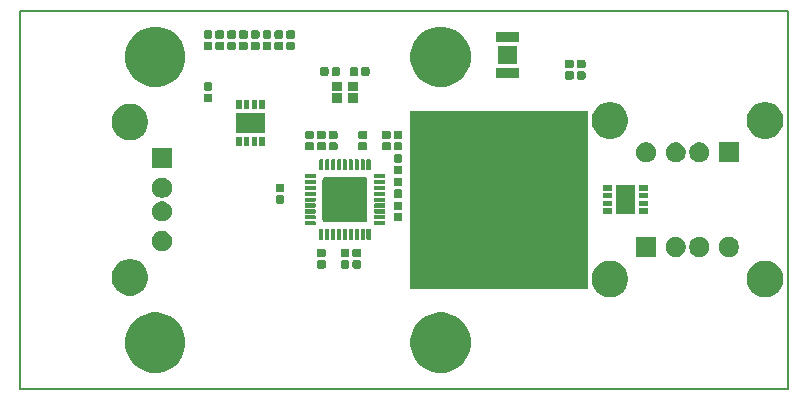
<source format=gts>
G04 #@! TF.GenerationSoftware,KiCad,Pcbnew,(5.1.5-0-10_14)*
G04 #@! TF.CreationDate,2020-04-12T13:28:57-07:00*
G04 #@! TF.ProjectId,kimchi_usb_ulid,6b696d63-6869-45f7-9573-625f756c6964,v0.1*
G04 #@! TF.SameCoordinates,Original*
G04 #@! TF.FileFunction,Soldermask,Top*
G04 #@! TF.FilePolarity,Negative*
%FSLAX46Y46*%
G04 Gerber Fmt 4.6, Leading zero omitted, Abs format (unit mm)*
G04 Created by KiCad (PCBNEW (5.1.5-0-10_14)) date 2020-04-12 13:28:57*
%MOMM*%
%LPD*%
G04 APERTURE LIST*
%ADD10C,0.100000*%
%ADD11C,0.150000*%
G04 APERTURE END LIST*
D10*
G36*
X155000000Y-117500000D02*
G01*
X140000000Y-117500000D01*
X140000000Y-102500000D01*
X155000000Y-102500000D01*
X155000000Y-117500000D01*
G37*
X155000000Y-117500000D02*
X140000000Y-117500000D01*
X140000000Y-102500000D01*
X155000000Y-102500000D01*
X155000000Y-117500000D01*
D11*
X107000000Y-126000000D02*
X107000000Y-94000000D01*
X172000000Y-126000000D02*
X107000000Y-126000000D01*
X172000000Y-94000000D02*
X172000000Y-126000000D01*
X107000000Y-94000000D02*
X172000000Y-94000000D01*
D10*
G36*
X143344041Y-119647226D02*
G01*
X143808257Y-119839510D01*
X144226042Y-120118665D01*
X144581335Y-120473958D01*
X144860490Y-120891743D01*
X145052774Y-121355959D01*
X145150800Y-121848768D01*
X145150800Y-122351232D01*
X145052774Y-122844041D01*
X144860490Y-123308257D01*
X144581335Y-123726042D01*
X144226042Y-124081335D01*
X143808257Y-124360490D01*
X143344041Y-124552774D01*
X142851232Y-124650800D01*
X142348768Y-124650800D01*
X141855959Y-124552774D01*
X141391743Y-124360490D01*
X140973958Y-124081335D01*
X140618665Y-123726042D01*
X140339510Y-123308257D01*
X140147226Y-122844041D01*
X140049200Y-122351232D01*
X140049200Y-121848768D01*
X140147226Y-121355959D01*
X140339510Y-120891743D01*
X140618665Y-120473958D01*
X140973958Y-120118665D01*
X141391743Y-119839510D01*
X141855959Y-119647226D01*
X142348768Y-119549200D01*
X142851232Y-119549200D01*
X143344041Y-119647226D01*
G37*
G36*
X119194041Y-119647226D02*
G01*
X119658257Y-119839510D01*
X120076042Y-120118665D01*
X120431335Y-120473958D01*
X120710490Y-120891743D01*
X120902774Y-121355959D01*
X121000800Y-121848768D01*
X121000800Y-122351232D01*
X120902774Y-122844041D01*
X120710490Y-123308257D01*
X120431335Y-123726042D01*
X120076042Y-124081335D01*
X119658257Y-124360490D01*
X119194041Y-124552774D01*
X118701232Y-124650800D01*
X118198768Y-124650800D01*
X117705959Y-124552774D01*
X117241743Y-124360490D01*
X116823958Y-124081335D01*
X116468665Y-123726042D01*
X116189510Y-123308257D01*
X115997226Y-122844041D01*
X115899200Y-122351232D01*
X115899200Y-121848768D01*
X115997226Y-121355959D01*
X116189510Y-120891743D01*
X116468665Y-120473958D01*
X116823958Y-120118665D01*
X117241743Y-119839510D01*
X117705959Y-119647226D01*
X118198768Y-119549200D01*
X118701232Y-119549200D01*
X119194041Y-119647226D01*
G37*
G36*
X157382352Y-115218796D02*
G01*
X157664579Y-115335699D01*
X157918578Y-115505415D01*
X158134585Y-115721422D01*
X158304301Y-115975421D01*
X158421204Y-116257648D01*
X158480800Y-116557259D01*
X158480800Y-116862741D01*
X158421204Y-117162352D01*
X158304301Y-117444579D01*
X158134585Y-117698578D01*
X157918578Y-117914585D01*
X157664579Y-118084301D01*
X157382352Y-118201204D01*
X157082741Y-118260800D01*
X156777259Y-118260800D01*
X156477648Y-118201204D01*
X156195421Y-118084301D01*
X155941422Y-117914585D01*
X155725415Y-117698578D01*
X155555699Y-117444579D01*
X155438796Y-117162352D01*
X155379200Y-116862741D01*
X155379200Y-116557259D01*
X155438796Y-116257648D01*
X155555699Y-115975421D01*
X155725415Y-115721422D01*
X155941422Y-115505415D01*
X156195421Y-115335699D01*
X156477648Y-115218796D01*
X156777259Y-115159200D01*
X157082741Y-115159200D01*
X157382352Y-115218796D01*
G37*
G36*
X170522352Y-115218796D02*
G01*
X170804579Y-115335699D01*
X171058578Y-115505415D01*
X171274585Y-115721422D01*
X171444301Y-115975421D01*
X171561204Y-116257648D01*
X171620800Y-116557259D01*
X171620800Y-116862741D01*
X171561204Y-117162352D01*
X171444301Y-117444579D01*
X171274585Y-117698578D01*
X171058578Y-117914585D01*
X170804579Y-118084301D01*
X170522352Y-118201204D01*
X170222741Y-118260800D01*
X169917259Y-118260800D01*
X169617648Y-118201204D01*
X169335421Y-118084301D01*
X169081422Y-117914585D01*
X168865415Y-117698578D01*
X168695699Y-117444579D01*
X168578796Y-117162352D01*
X168519200Y-116862741D01*
X168519200Y-116557259D01*
X168578796Y-116257648D01*
X168695699Y-115975421D01*
X168865415Y-115721422D01*
X169081422Y-115505415D01*
X169335421Y-115335699D01*
X169617648Y-115218796D01*
X169917259Y-115159200D01*
X170222741Y-115159200D01*
X170522352Y-115218796D01*
G37*
G36*
X116742352Y-115078796D02*
G01*
X117024579Y-115195699D01*
X117278578Y-115365415D01*
X117494585Y-115581422D01*
X117664301Y-115835421D01*
X117781204Y-116117648D01*
X117840800Y-116417259D01*
X117840800Y-116722741D01*
X117781204Y-117022352D01*
X117664301Y-117304579D01*
X117494585Y-117558578D01*
X117278578Y-117774585D01*
X117024579Y-117944301D01*
X116742352Y-118061204D01*
X116442741Y-118120800D01*
X116137259Y-118120800D01*
X115837648Y-118061204D01*
X115555421Y-117944301D01*
X115301422Y-117774585D01*
X115085415Y-117558578D01*
X114915699Y-117304579D01*
X114798796Y-117022352D01*
X114739200Y-116722741D01*
X114739200Y-116417259D01*
X114798796Y-116117648D01*
X114915699Y-115835421D01*
X115085415Y-115581422D01*
X115301422Y-115365415D01*
X115555421Y-115195699D01*
X115837648Y-115078796D01*
X116137259Y-115019200D01*
X116442741Y-115019200D01*
X116742352Y-115078796D01*
G37*
G36*
X135752027Y-115142275D02*
G01*
X135779650Y-115150654D01*
X135805113Y-115164264D01*
X135827425Y-115182575D01*
X135845736Y-115204887D01*
X135859346Y-115230350D01*
X135867725Y-115257973D01*
X135870800Y-115289191D01*
X135870800Y-115680809D01*
X135867725Y-115712027D01*
X135859346Y-115739650D01*
X135845736Y-115765113D01*
X135827425Y-115787425D01*
X135805113Y-115805736D01*
X135779650Y-115819346D01*
X135752027Y-115827725D01*
X135720809Y-115830800D01*
X135279191Y-115830800D01*
X135247973Y-115827725D01*
X135220350Y-115819346D01*
X135194887Y-115805736D01*
X135172575Y-115787425D01*
X135154264Y-115765113D01*
X135140654Y-115739650D01*
X135132275Y-115712027D01*
X135129200Y-115680809D01*
X135129200Y-115289191D01*
X135132275Y-115257973D01*
X135140654Y-115230350D01*
X135154264Y-115204887D01*
X135172575Y-115182575D01*
X135194887Y-115164264D01*
X135220350Y-115150654D01*
X135247973Y-115142275D01*
X135279191Y-115139200D01*
X135720809Y-115139200D01*
X135752027Y-115142275D01*
G37*
G36*
X134752027Y-115142275D02*
G01*
X134779650Y-115150654D01*
X134805113Y-115164264D01*
X134827425Y-115182575D01*
X134845736Y-115204887D01*
X134859346Y-115230350D01*
X134867725Y-115257973D01*
X134870800Y-115289191D01*
X134870800Y-115680809D01*
X134867725Y-115712027D01*
X134859346Y-115739650D01*
X134845736Y-115765113D01*
X134827425Y-115787425D01*
X134805113Y-115805736D01*
X134779650Y-115819346D01*
X134752027Y-115827725D01*
X134720809Y-115830800D01*
X134279191Y-115830800D01*
X134247973Y-115827725D01*
X134220350Y-115819346D01*
X134194887Y-115805736D01*
X134172575Y-115787425D01*
X134154264Y-115765113D01*
X134140654Y-115739650D01*
X134132275Y-115712027D01*
X134129200Y-115680809D01*
X134129200Y-115289191D01*
X134132275Y-115257973D01*
X134140654Y-115230350D01*
X134154264Y-115204887D01*
X134172575Y-115182575D01*
X134194887Y-115164264D01*
X134220350Y-115150654D01*
X134247973Y-115142275D01*
X134279191Y-115139200D01*
X134720809Y-115139200D01*
X134752027Y-115142275D01*
G37*
G36*
X132752027Y-115142275D02*
G01*
X132779650Y-115150654D01*
X132805113Y-115164264D01*
X132827425Y-115182575D01*
X132845736Y-115204887D01*
X132859346Y-115230350D01*
X132867725Y-115257973D01*
X132870800Y-115289191D01*
X132870800Y-115680809D01*
X132867725Y-115712027D01*
X132859346Y-115739650D01*
X132845736Y-115765113D01*
X132827425Y-115787425D01*
X132805113Y-115805736D01*
X132779650Y-115819346D01*
X132752027Y-115827725D01*
X132720809Y-115830800D01*
X132279191Y-115830800D01*
X132247973Y-115827725D01*
X132220350Y-115819346D01*
X132194887Y-115805736D01*
X132172575Y-115787425D01*
X132154264Y-115765113D01*
X132140654Y-115739650D01*
X132132275Y-115712027D01*
X132129200Y-115680809D01*
X132129200Y-115289191D01*
X132132275Y-115257973D01*
X132140654Y-115230350D01*
X132154264Y-115204887D01*
X132172575Y-115182575D01*
X132194887Y-115164264D01*
X132220350Y-115150654D01*
X132247973Y-115142275D01*
X132279191Y-115139200D01*
X132720809Y-115139200D01*
X132752027Y-115142275D01*
G37*
G36*
X134752027Y-114172275D02*
G01*
X134779650Y-114180654D01*
X134805113Y-114194264D01*
X134827425Y-114212575D01*
X134845736Y-114234887D01*
X134859346Y-114260350D01*
X134867725Y-114287973D01*
X134870800Y-114319191D01*
X134870800Y-114710809D01*
X134867725Y-114742027D01*
X134859346Y-114769650D01*
X134845736Y-114795113D01*
X134827425Y-114817425D01*
X134805113Y-114835736D01*
X134779650Y-114849346D01*
X134752027Y-114857725D01*
X134720809Y-114860800D01*
X134279191Y-114860800D01*
X134247973Y-114857725D01*
X134220350Y-114849346D01*
X134194887Y-114835736D01*
X134172575Y-114817425D01*
X134154264Y-114795113D01*
X134140654Y-114769650D01*
X134132275Y-114742027D01*
X134129200Y-114710809D01*
X134129200Y-114319191D01*
X134132275Y-114287973D01*
X134140654Y-114260350D01*
X134154264Y-114234887D01*
X134172575Y-114212575D01*
X134194887Y-114194264D01*
X134220350Y-114180654D01*
X134247973Y-114172275D01*
X134279191Y-114169200D01*
X134720809Y-114169200D01*
X134752027Y-114172275D01*
G37*
G36*
X135752027Y-114172275D02*
G01*
X135779650Y-114180654D01*
X135805113Y-114194264D01*
X135827425Y-114212575D01*
X135845736Y-114234887D01*
X135859346Y-114260350D01*
X135867725Y-114287973D01*
X135870800Y-114319191D01*
X135870800Y-114710809D01*
X135867725Y-114742027D01*
X135859346Y-114769650D01*
X135845736Y-114795113D01*
X135827425Y-114817425D01*
X135805113Y-114835736D01*
X135779650Y-114849346D01*
X135752027Y-114857725D01*
X135720809Y-114860800D01*
X135279191Y-114860800D01*
X135247973Y-114857725D01*
X135220350Y-114849346D01*
X135194887Y-114835736D01*
X135172575Y-114817425D01*
X135154264Y-114795113D01*
X135140654Y-114769650D01*
X135132275Y-114742027D01*
X135129200Y-114710809D01*
X135129200Y-114319191D01*
X135132275Y-114287973D01*
X135140654Y-114260350D01*
X135154264Y-114234887D01*
X135172575Y-114212575D01*
X135194887Y-114194264D01*
X135220350Y-114180654D01*
X135247973Y-114172275D01*
X135279191Y-114169200D01*
X135720809Y-114169200D01*
X135752027Y-114172275D01*
G37*
G36*
X132752027Y-114172275D02*
G01*
X132779650Y-114180654D01*
X132805113Y-114194264D01*
X132827425Y-114212575D01*
X132845736Y-114234887D01*
X132859346Y-114260350D01*
X132867725Y-114287973D01*
X132870800Y-114319191D01*
X132870800Y-114710809D01*
X132867725Y-114742027D01*
X132859346Y-114769650D01*
X132845736Y-114795113D01*
X132827425Y-114817425D01*
X132805113Y-114835736D01*
X132779650Y-114849346D01*
X132752027Y-114857725D01*
X132720809Y-114860800D01*
X132279191Y-114860800D01*
X132247973Y-114857725D01*
X132220350Y-114849346D01*
X132194887Y-114835736D01*
X132172575Y-114817425D01*
X132154264Y-114795113D01*
X132140654Y-114769650D01*
X132132275Y-114742027D01*
X132129200Y-114710809D01*
X132129200Y-114319191D01*
X132132275Y-114287973D01*
X132140654Y-114260350D01*
X132154264Y-114234887D01*
X132172575Y-114212575D01*
X132194887Y-114194264D01*
X132220350Y-114180654D01*
X132247973Y-114172275D01*
X132279191Y-114169200D01*
X132720809Y-114169200D01*
X132752027Y-114172275D01*
G37*
G36*
X167248169Y-113181895D02*
G01*
X167403005Y-113246031D01*
X167542354Y-113339140D01*
X167660860Y-113457646D01*
X167753969Y-113596995D01*
X167818105Y-113751831D01*
X167850800Y-113916203D01*
X167850800Y-114083797D01*
X167818105Y-114248169D01*
X167753969Y-114403005D01*
X167660860Y-114542354D01*
X167542354Y-114660860D01*
X167403005Y-114753969D01*
X167248169Y-114818105D01*
X167083797Y-114850800D01*
X166916203Y-114850800D01*
X166751831Y-114818105D01*
X166596995Y-114753969D01*
X166457646Y-114660860D01*
X166339140Y-114542354D01*
X166246031Y-114403005D01*
X166181895Y-114248169D01*
X166149200Y-114083797D01*
X166149200Y-113916203D01*
X166181895Y-113751831D01*
X166246031Y-113596995D01*
X166339140Y-113457646D01*
X166457646Y-113339140D01*
X166596995Y-113246031D01*
X166751831Y-113181895D01*
X166916203Y-113149200D01*
X167083797Y-113149200D01*
X167248169Y-113181895D01*
G37*
G36*
X162748169Y-113181895D02*
G01*
X162903005Y-113246031D01*
X163042354Y-113339140D01*
X163160860Y-113457646D01*
X163253969Y-113596995D01*
X163318105Y-113751831D01*
X163350800Y-113916203D01*
X163350800Y-114083797D01*
X163318105Y-114248169D01*
X163253969Y-114403005D01*
X163160860Y-114542354D01*
X163042354Y-114660860D01*
X162903005Y-114753969D01*
X162748169Y-114818105D01*
X162583797Y-114850800D01*
X162416203Y-114850800D01*
X162251831Y-114818105D01*
X162096995Y-114753969D01*
X161957646Y-114660860D01*
X161839140Y-114542354D01*
X161746031Y-114403005D01*
X161681895Y-114248169D01*
X161649200Y-114083797D01*
X161649200Y-113916203D01*
X161681895Y-113751831D01*
X161746031Y-113596995D01*
X161839140Y-113457646D01*
X161957646Y-113339140D01*
X162096995Y-113246031D01*
X162251831Y-113181895D01*
X162416203Y-113149200D01*
X162583797Y-113149200D01*
X162748169Y-113181895D01*
G37*
G36*
X160850800Y-114850800D02*
G01*
X159149200Y-114850800D01*
X159149200Y-113149200D01*
X160850800Y-113149200D01*
X160850800Y-114850800D01*
G37*
G36*
X164748169Y-113181895D02*
G01*
X164903005Y-113246031D01*
X165042354Y-113339140D01*
X165160860Y-113457646D01*
X165253969Y-113596995D01*
X165318105Y-113751831D01*
X165350800Y-113916203D01*
X165350800Y-114083797D01*
X165318105Y-114248169D01*
X165253969Y-114403005D01*
X165160860Y-114542354D01*
X165042354Y-114660860D01*
X164903005Y-114753969D01*
X164748169Y-114818105D01*
X164583797Y-114850800D01*
X164416203Y-114850800D01*
X164251831Y-114818105D01*
X164096995Y-114753969D01*
X163957646Y-114660860D01*
X163839140Y-114542354D01*
X163746031Y-114403005D01*
X163681895Y-114248169D01*
X163649200Y-114083797D01*
X163649200Y-113916203D01*
X163681895Y-113751831D01*
X163746031Y-113596995D01*
X163839140Y-113457646D01*
X163957646Y-113339140D01*
X164096995Y-113246031D01*
X164251831Y-113181895D01*
X164416203Y-113149200D01*
X164583797Y-113149200D01*
X164748169Y-113181895D01*
G37*
G36*
X119248169Y-112681895D02*
G01*
X119403005Y-112746031D01*
X119542354Y-112839140D01*
X119660860Y-112957646D01*
X119753969Y-113096995D01*
X119818105Y-113251831D01*
X119850800Y-113416203D01*
X119850800Y-113583797D01*
X119818105Y-113748169D01*
X119753969Y-113903005D01*
X119660860Y-114042354D01*
X119542354Y-114160860D01*
X119403005Y-114253969D01*
X119248169Y-114318105D01*
X119083797Y-114350800D01*
X118916203Y-114350800D01*
X118751831Y-114318105D01*
X118596995Y-114253969D01*
X118457646Y-114160860D01*
X118339140Y-114042354D01*
X118246031Y-113903005D01*
X118181895Y-113748169D01*
X118149200Y-113583797D01*
X118149200Y-113416203D01*
X118181895Y-113251831D01*
X118246031Y-113096995D01*
X118339140Y-112957646D01*
X118457646Y-112839140D01*
X118596995Y-112746031D01*
X118751831Y-112681895D01*
X118916203Y-112649200D01*
X119083797Y-112649200D01*
X119248169Y-112681895D01*
G37*
G36*
X133125444Y-112475641D02*
G01*
X133137124Y-112479184D01*
X133147886Y-112484937D01*
X133157320Y-112492680D01*
X133165063Y-112502114D01*
X133170816Y-112512876D01*
X133174359Y-112524556D01*
X133175800Y-112539191D01*
X133175800Y-113335809D01*
X133174359Y-113350444D01*
X133170816Y-113362124D01*
X133165063Y-113372886D01*
X133157320Y-113382320D01*
X133147886Y-113390063D01*
X133137124Y-113395816D01*
X133125444Y-113399359D01*
X133110809Y-113400800D01*
X132889191Y-113400800D01*
X132874556Y-113399359D01*
X132862876Y-113395816D01*
X132852114Y-113390063D01*
X132842680Y-113382320D01*
X132834937Y-113372886D01*
X132829184Y-113362124D01*
X132825641Y-113350444D01*
X132824200Y-113335809D01*
X132824200Y-112539191D01*
X132825641Y-112524556D01*
X132829184Y-112512876D01*
X132834937Y-112502114D01*
X132842680Y-112492680D01*
X132852114Y-112484937D01*
X132862876Y-112479184D01*
X132874556Y-112475641D01*
X132889191Y-112474200D01*
X133110809Y-112474200D01*
X133125444Y-112475641D01*
G37*
G36*
X134125444Y-112475641D02*
G01*
X134137124Y-112479184D01*
X134147886Y-112484937D01*
X134157320Y-112492680D01*
X134165063Y-112502114D01*
X134170816Y-112512876D01*
X134174359Y-112524556D01*
X134175800Y-112539191D01*
X134175800Y-113335809D01*
X134174359Y-113350444D01*
X134170816Y-113362124D01*
X134165063Y-113372886D01*
X134157320Y-113382320D01*
X134147886Y-113390063D01*
X134137124Y-113395816D01*
X134125444Y-113399359D01*
X134110809Y-113400800D01*
X133889191Y-113400800D01*
X133874556Y-113399359D01*
X133862876Y-113395816D01*
X133852114Y-113390063D01*
X133842680Y-113382320D01*
X133834937Y-113372886D01*
X133829184Y-113362124D01*
X133825641Y-113350444D01*
X133824200Y-113335809D01*
X133824200Y-112539191D01*
X133825641Y-112524556D01*
X133829184Y-112512876D01*
X133834937Y-112502114D01*
X133842680Y-112492680D01*
X133852114Y-112484937D01*
X133862876Y-112479184D01*
X133874556Y-112475641D01*
X133889191Y-112474200D01*
X134110809Y-112474200D01*
X134125444Y-112475641D01*
G37*
G36*
X134625444Y-112475641D02*
G01*
X134637124Y-112479184D01*
X134647886Y-112484937D01*
X134657320Y-112492680D01*
X134665063Y-112502114D01*
X134670816Y-112512876D01*
X134674359Y-112524556D01*
X134675800Y-112539191D01*
X134675800Y-113335809D01*
X134674359Y-113350444D01*
X134670816Y-113362124D01*
X134665063Y-113372886D01*
X134657320Y-113382320D01*
X134647886Y-113390063D01*
X134637124Y-113395816D01*
X134625444Y-113399359D01*
X134610809Y-113400800D01*
X134389191Y-113400800D01*
X134374556Y-113399359D01*
X134362876Y-113395816D01*
X134352114Y-113390063D01*
X134342680Y-113382320D01*
X134334937Y-113372886D01*
X134329184Y-113362124D01*
X134325641Y-113350444D01*
X134324200Y-113335809D01*
X134324200Y-112539191D01*
X134325641Y-112524556D01*
X134329184Y-112512876D01*
X134334937Y-112502114D01*
X134342680Y-112492680D01*
X134352114Y-112484937D01*
X134362876Y-112479184D01*
X134374556Y-112475641D01*
X134389191Y-112474200D01*
X134610809Y-112474200D01*
X134625444Y-112475641D01*
G37*
G36*
X135125444Y-112475641D02*
G01*
X135137124Y-112479184D01*
X135147886Y-112484937D01*
X135157320Y-112492680D01*
X135165063Y-112502114D01*
X135170816Y-112512876D01*
X135174359Y-112524556D01*
X135175800Y-112539191D01*
X135175800Y-113335809D01*
X135174359Y-113350444D01*
X135170816Y-113362124D01*
X135165063Y-113372886D01*
X135157320Y-113382320D01*
X135147886Y-113390063D01*
X135137124Y-113395816D01*
X135125444Y-113399359D01*
X135110809Y-113400800D01*
X134889191Y-113400800D01*
X134874556Y-113399359D01*
X134862876Y-113395816D01*
X134852114Y-113390063D01*
X134842680Y-113382320D01*
X134834937Y-113372886D01*
X134829184Y-113362124D01*
X134825641Y-113350444D01*
X134824200Y-113335809D01*
X134824200Y-112539191D01*
X134825641Y-112524556D01*
X134829184Y-112512876D01*
X134834937Y-112502114D01*
X134842680Y-112492680D01*
X134852114Y-112484937D01*
X134862876Y-112479184D01*
X134874556Y-112475641D01*
X134889191Y-112474200D01*
X135110809Y-112474200D01*
X135125444Y-112475641D01*
G37*
G36*
X135625444Y-112475641D02*
G01*
X135637124Y-112479184D01*
X135647886Y-112484937D01*
X135657320Y-112492680D01*
X135665063Y-112502114D01*
X135670816Y-112512876D01*
X135674359Y-112524556D01*
X135675800Y-112539191D01*
X135675800Y-113335809D01*
X135674359Y-113350444D01*
X135670816Y-113362124D01*
X135665063Y-113372886D01*
X135657320Y-113382320D01*
X135647886Y-113390063D01*
X135637124Y-113395816D01*
X135625444Y-113399359D01*
X135610809Y-113400800D01*
X135389191Y-113400800D01*
X135374556Y-113399359D01*
X135362876Y-113395816D01*
X135352114Y-113390063D01*
X135342680Y-113382320D01*
X135334937Y-113372886D01*
X135329184Y-113362124D01*
X135325641Y-113350444D01*
X135324200Y-113335809D01*
X135324200Y-112539191D01*
X135325641Y-112524556D01*
X135329184Y-112512876D01*
X135334937Y-112502114D01*
X135342680Y-112492680D01*
X135352114Y-112484937D01*
X135362876Y-112479184D01*
X135374556Y-112475641D01*
X135389191Y-112474200D01*
X135610809Y-112474200D01*
X135625444Y-112475641D01*
G37*
G36*
X133625444Y-112475641D02*
G01*
X133637124Y-112479184D01*
X133647886Y-112484937D01*
X133657320Y-112492680D01*
X133665063Y-112502114D01*
X133670816Y-112512876D01*
X133674359Y-112524556D01*
X133675800Y-112539191D01*
X133675800Y-113335809D01*
X133674359Y-113350444D01*
X133670816Y-113362124D01*
X133665063Y-113372886D01*
X133657320Y-113382320D01*
X133647886Y-113390063D01*
X133637124Y-113395816D01*
X133625444Y-113399359D01*
X133610809Y-113400800D01*
X133389191Y-113400800D01*
X133374556Y-113399359D01*
X133362876Y-113395816D01*
X133352114Y-113390063D01*
X133342680Y-113382320D01*
X133334937Y-113372886D01*
X133329184Y-113362124D01*
X133325641Y-113350444D01*
X133324200Y-113335809D01*
X133324200Y-112539191D01*
X133325641Y-112524556D01*
X133329184Y-112512876D01*
X133334937Y-112502114D01*
X133342680Y-112492680D01*
X133352114Y-112484937D01*
X133362876Y-112479184D01*
X133374556Y-112475641D01*
X133389191Y-112474200D01*
X133610809Y-112474200D01*
X133625444Y-112475641D01*
G37*
G36*
X132625444Y-112475641D02*
G01*
X132637124Y-112479184D01*
X132647886Y-112484937D01*
X132657320Y-112492680D01*
X132665063Y-112502114D01*
X132670816Y-112512876D01*
X132674359Y-112524556D01*
X132675800Y-112539191D01*
X132675800Y-113335809D01*
X132674359Y-113350444D01*
X132670816Y-113362124D01*
X132665063Y-113372886D01*
X132657320Y-113382320D01*
X132647886Y-113390063D01*
X132637124Y-113395816D01*
X132625444Y-113399359D01*
X132610809Y-113400800D01*
X132389191Y-113400800D01*
X132374556Y-113399359D01*
X132362876Y-113395816D01*
X132352114Y-113390063D01*
X132342680Y-113382320D01*
X132334937Y-113372886D01*
X132329184Y-113362124D01*
X132325641Y-113350444D01*
X132324200Y-113335809D01*
X132324200Y-112539191D01*
X132325641Y-112524556D01*
X132329184Y-112512876D01*
X132334937Y-112502114D01*
X132342680Y-112492680D01*
X132352114Y-112484937D01*
X132362876Y-112479184D01*
X132374556Y-112475641D01*
X132389191Y-112474200D01*
X132610809Y-112474200D01*
X132625444Y-112475641D01*
G37*
G36*
X136125444Y-112475641D02*
G01*
X136137124Y-112479184D01*
X136147886Y-112484937D01*
X136157320Y-112492680D01*
X136165063Y-112502114D01*
X136170816Y-112512876D01*
X136174359Y-112524556D01*
X136175800Y-112539191D01*
X136175800Y-113335809D01*
X136174359Y-113350444D01*
X136170816Y-113362124D01*
X136165063Y-113372886D01*
X136157320Y-113382320D01*
X136147886Y-113390063D01*
X136137124Y-113395816D01*
X136125444Y-113399359D01*
X136110809Y-113400800D01*
X135889191Y-113400800D01*
X135874556Y-113399359D01*
X135862876Y-113395816D01*
X135852114Y-113390063D01*
X135842680Y-113382320D01*
X135834937Y-113372886D01*
X135829184Y-113362124D01*
X135825641Y-113350444D01*
X135824200Y-113335809D01*
X135824200Y-112539191D01*
X135825641Y-112524556D01*
X135829184Y-112512876D01*
X135834937Y-112502114D01*
X135842680Y-112492680D01*
X135852114Y-112484937D01*
X135862876Y-112479184D01*
X135874556Y-112475641D01*
X135889191Y-112474200D01*
X136110809Y-112474200D01*
X136125444Y-112475641D01*
G37*
G36*
X136625444Y-112475641D02*
G01*
X136637124Y-112479184D01*
X136647886Y-112484937D01*
X136657320Y-112492680D01*
X136665063Y-112502114D01*
X136670816Y-112512876D01*
X136674359Y-112524556D01*
X136675800Y-112539191D01*
X136675800Y-113335809D01*
X136674359Y-113350444D01*
X136670816Y-113362124D01*
X136665063Y-113372886D01*
X136657320Y-113382320D01*
X136647886Y-113390063D01*
X136637124Y-113395816D01*
X136625444Y-113399359D01*
X136610809Y-113400800D01*
X136389191Y-113400800D01*
X136374556Y-113399359D01*
X136362876Y-113395816D01*
X136352114Y-113390063D01*
X136342680Y-113382320D01*
X136334937Y-113372886D01*
X136329184Y-113362124D01*
X136325641Y-113350444D01*
X136324200Y-113335809D01*
X136324200Y-112539191D01*
X136325641Y-112524556D01*
X136329184Y-112512876D01*
X136334937Y-112502114D01*
X136342680Y-112492680D01*
X136352114Y-112484937D01*
X136362876Y-112479184D01*
X136374556Y-112475641D01*
X136389191Y-112474200D01*
X136610809Y-112474200D01*
X136625444Y-112475641D01*
G37*
G36*
X137850444Y-111825641D02*
G01*
X137862124Y-111829184D01*
X137872886Y-111834937D01*
X137882320Y-111842680D01*
X137890063Y-111852114D01*
X137895816Y-111862876D01*
X137899359Y-111874556D01*
X137900800Y-111889191D01*
X137900800Y-112110809D01*
X137899359Y-112125444D01*
X137895816Y-112137124D01*
X137890063Y-112147886D01*
X137882320Y-112157320D01*
X137872886Y-112165063D01*
X137862124Y-112170816D01*
X137850444Y-112174359D01*
X137835809Y-112175800D01*
X137039191Y-112175800D01*
X137024556Y-112174359D01*
X137012876Y-112170816D01*
X137002114Y-112165063D01*
X136992680Y-112157320D01*
X136984937Y-112147886D01*
X136979184Y-112137124D01*
X136975641Y-112125444D01*
X136974200Y-112110809D01*
X136974200Y-111889191D01*
X136975641Y-111874556D01*
X136979184Y-111862876D01*
X136984937Y-111852114D01*
X136992680Y-111842680D01*
X137002114Y-111834937D01*
X137012876Y-111829184D01*
X137024556Y-111825641D01*
X137039191Y-111824200D01*
X137835809Y-111824200D01*
X137850444Y-111825641D01*
G37*
G36*
X131975444Y-111825641D02*
G01*
X131987124Y-111829184D01*
X131997886Y-111834937D01*
X132007320Y-111842680D01*
X132015063Y-111852114D01*
X132020816Y-111862876D01*
X132024359Y-111874556D01*
X132025800Y-111889191D01*
X132025800Y-112110809D01*
X132024359Y-112125444D01*
X132020816Y-112137124D01*
X132015063Y-112147886D01*
X132007320Y-112157320D01*
X131997886Y-112165063D01*
X131987124Y-112170816D01*
X131975444Y-112174359D01*
X131960809Y-112175800D01*
X131164191Y-112175800D01*
X131149556Y-112174359D01*
X131137876Y-112170816D01*
X131127114Y-112165063D01*
X131117680Y-112157320D01*
X131109937Y-112147886D01*
X131104184Y-112137124D01*
X131100641Y-112125444D01*
X131099200Y-112110809D01*
X131099200Y-111889191D01*
X131100641Y-111874556D01*
X131104184Y-111862876D01*
X131109937Y-111852114D01*
X131117680Y-111842680D01*
X131127114Y-111834937D01*
X131137876Y-111829184D01*
X131149556Y-111825641D01*
X131164191Y-111824200D01*
X131960809Y-111824200D01*
X131975444Y-111825641D01*
G37*
G36*
X136228000Y-108103564D02*
G01*
X136268220Y-108115765D01*
X136305280Y-108135574D01*
X136337766Y-108162234D01*
X136364426Y-108194720D01*
X136384235Y-108231780D01*
X136396436Y-108272000D01*
X136400800Y-108316310D01*
X136400800Y-111683690D01*
X136396436Y-111728000D01*
X136384235Y-111768220D01*
X136364426Y-111805280D01*
X136337766Y-111837766D01*
X136305280Y-111864426D01*
X136268220Y-111884235D01*
X136228000Y-111896436D01*
X136183690Y-111900800D01*
X132816310Y-111900800D01*
X132772000Y-111896436D01*
X132731780Y-111884235D01*
X132694720Y-111864426D01*
X132662234Y-111837766D01*
X132635574Y-111805280D01*
X132615765Y-111768220D01*
X132603564Y-111728000D01*
X132599200Y-111683690D01*
X132599200Y-108316310D01*
X132603564Y-108272000D01*
X132615765Y-108231780D01*
X132635574Y-108194720D01*
X132662234Y-108162234D01*
X132694720Y-108135574D01*
X132731780Y-108115765D01*
X132772000Y-108103564D01*
X132816310Y-108099200D01*
X136183690Y-108099200D01*
X136228000Y-108103564D01*
G37*
G36*
X119248169Y-110181895D02*
G01*
X119403005Y-110246031D01*
X119542354Y-110339140D01*
X119660860Y-110457646D01*
X119753969Y-110596995D01*
X119818105Y-110751831D01*
X119850800Y-110916203D01*
X119850800Y-111083797D01*
X119818105Y-111248169D01*
X119753969Y-111403005D01*
X119660860Y-111542354D01*
X119542354Y-111660860D01*
X119403005Y-111753969D01*
X119248169Y-111818105D01*
X119083797Y-111850800D01*
X118916203Y-111850800D01*
X118751831Y-111818105D01*
X118596995Y-111753969D01*
X118457646Y-111660860D01*
X118339140Y-111542354D01*
X118246031Y-111403005D01*
X118181895Y-111248169D01*
X118149200Y-111083797D01*
X118149200Y-110916203D01*
X118181895Y-110751831D01*
X118246031Y-110596995D01*
X118339140Y-110457646D01*
X118457646Y-110339140D01*
X118596995Y-110246031D01*
X118751831Y-110181895D01*
X118916203Y-110149200D01*
X119083797Y-110149200D01*
X119248169Y-110181895D01*
G37*
G36*
X139252027Y-111142275D02*
G01*
X139279650Y-111150654D01*
X139305113Y-111164264D01*
X139327425Y-111182575D01*
X139345736Y-111204887D01*
X139359346Y-111230350D01*
X139367725Y-111257973D01*
X139370800Y-111289191D01*
X139370800Y-111680809D01*
X139367725Y-111712027D01*
X139359346Y-111739650D01*
X139345736Y-111765113D01*
X139327425Y-111787425D01*
X139305113Y-111805736D01*
X139279650Y-111819346D01*
X139252027Y-111827725D01*
X139220809Y-111830800D01*
X138779191Y-111830800D01*
X138747973Y-111827725D01*
X138720350Y-111819346D01*
X138694887Y-111805736D01*
X138672575Y-111787425D01*
X138654264Y-111765113D01*
X138640654Y-111739650D01*
X138632275Y-111712027D01*
X138629200Y-111680809D01*
X138629200Y-111289191D01*
X138632275Y-111257973D01*
X138640654Y-111230350D01*
X138654264Y-111204887D01*
X138672575Y-111182575D01*
X138694887Y-111164264D01*
X138720350Y-111150654D01*
X138747973Y-111142275D01*
X138779191Y-111139200D01*
X139220809Y-111139200D01*
X139252027Y-111142275D01*
G37*
G36*
X137850444Y-111325641D02*
G01*
X137862124Y-111329184D01*
X137872886Y-111334937D01*
X137882320Y-111342680D01*
X137890063Y-111352114D01*
X137895816Y-111362876D01*
X137899359Y-111374556D01*
X137900800Y-111389191D01*
X137900800Y-111610809D01*
X137899359Y-111625444D01*
X137895816Y-111637124D01*
X137890063Y-111647886D01*
X137882320Y-111657320D01*
X137872886Y-111665063D01*
X137862124Y-111670816D01*
X137850444Y-111674359D01*
X137835809Y-111675800D01*
X137039191Y-111675800D01*
X137024556Y-111674359D01*
X137012876Y-111670816D01*
X137002114Y-111665063D01*
X136992680Y-111657320D01*
X136984937Y-111647886D01*
X136979184Y-111637124D01*
X136975641Y-111625444D01*
X136974200Y-111610809D01*
X136974200Y-111389191D01*
X136975641Y-111374556D01*
X136979184Y-111362876D01*
X136984937Y-111352114D01*
X136992680Y-111342680D01*
X137002114Y-111334937D01*
X137012876Y-111329184D01*
X137024556Y-111325641D01*
X137039191Y-111324200D01*
X137835809Y-111324200D01*
X137850444Y-111325641D01*
G37*
G36*
X131975444Y-111325641D02*
G01*
X131987124Y-111329184D01*
X131997886Y-111334937D01*
X132007320Y-111342680D01*
X132015063Y-111352114D01*
X132020816Y-111362876D01*
X132024359Y-111374556D01*
X132025800Y-111389191D01*
X132025800Y-111610809D01*
X132024359Y-111625444D01*
X132020816Y-111637124D01*
X132015063Y-111647886D01*
X132007320Y-111657320D01*
X131997886Y-111665063D01*
X131987124Y-111670816D01*
X131975444Y-111674359D01*
X131960809Y-111675800D01*
X131164191Y-111675800D01*
X131149556Y-111674359D01*
X131137876Y-111670816D01*
X131127114Y-111665063D01*
X131117680Y-111657320D01*
X131109937Y-111647886D01*
X131104184Y-111637124D01*
X131100641Y-111625444D01*
X131099200Y-111610809D01*
X131099200Y-111389191D01*
X131100641Y-111374556D01*
X131104184Y-111362876D01*
X131109937Y-111352114D01*
X131117680Y-111342680D01*
X131127114Y-111334937D01*
X131137876Y-111329184D01*
X131149556Y-111325641D01*
X131164191Y-111324200D01*
X131960809Y-111324200D01*
X131975444Y-111325641D01*
G37*
G36*
X159075800Y-111250800D02*
G01*
X157424200Y-111250800D01*
X157424200Y-108749200D01*
X159075800Y-108749200D01*
X159075800Y-111250800D01*
G37*
G36*
X160175800Y-111200800D02*
G01*
X159424200Y-111200800D01*
X159424200Y-110749200D01*
X160175800Y-110749200D01*
X160175800Y-111200800D01*
G37*
G36*
X157075800Y-111200800D02*
G01*
X156324200Y-111200800D01*
X156324200Y-110749200D01*
X157075800Y-110749200D01*
X157075800Y-111200800D01*
G37*
G36*
X137850444Y-110825641D02*
G01*
X137862124Y-110829184D01*
X137872886Y-110834937D01*
X137882320Y-110842680D01*
X137890063Y-110852114D01*
X137895816Y-110862876D01*
X137899359Y-110874556D01*
X137900800Y-110889191D01*
X137900800Y-111110809D01*
X137899359Y-111125444D01*
X137895816Y-111137124D01*
X137890063Y-111147886D01*
X137882320Y-111157320D01*
X137872886Y-111165063D01*
X137862124Y-111170816D01*
X137850444Y-111174359D01*
X137835809Y-111175800D01*
X137039191Y-111175800D01*
X137024556Y-111174359D01*
X137012876Y-111170816D01*
X137002114Y-111165063D01*
X136992680Y-111157320D01*
X136984937Y-111147886D01*
X136979184Y-111137124D01*
X136975641Y-111125444D01*
X136974200Y-111110809D01*
X136974200Y-110889191D01*
X136975641Y-110874556D01*
X136979184Y-110862876D01*
X136984937Y-110852114D01*
X136992680Y-110842680D01*
X137002114Y-110834937D01*
X137012876Y-110829184D01*
X137024556Y-110825641D01*
X137039191Y-110824200D01*
X137835809Y-110824200D01*
X137850444Y-110825641D01*
G37*
G36*
X131975444Y-110825641D02*
G01*
X131987124Y-110829184D01*
X131997886Y-110834937D01*
X132007320Y-110842680D01*
X132015063Y-110852114D01*
X132020816Y-110862876D01*
X132024359Y-110874556D01*
X132025800Y-110889191D01*
X132025800Y-111110809D01*
X132024359Y-111125444D01*
X132020816Y-111137124D01*
X132015063Y-111147886D01*
X132007320Y-111157320D01*
X131997886Y-111165063D01*
X131987124Y-111170816D01*
X131975444Y-111174359D01*
X131960809Y-111175800D01*
X131164191Y-111175800D01*
X131149556Y-111174359D01*
X131137876Y-111170816D01*
X131127114Y-111165063D01*
X131117680Y-111157320D01*
X131109937Y-111147886D01*
X131104184Y-111137124D01*
X131100641Y-111125444D01*
X131099200Y-111110809D01*
X131099200Y-110889191D01*
X131100641Y-110874556D01*
X131104184Y-110862876D01*
X131109937Y-110852114D01*
X131117680Y-110842680D01*
X131127114Y-110834937D01*
X131137876Y-110829184D01*
X131149556Y-110825641D01*
X131164191Y-110824200D01*
X131960809Y-110824200D01*
X131975444Y-110825641D01*
G37*
G36*
X139252027Y-110172275D02*
G01*
X139279650Y-110180654D01*
X139305113Y-110194264D01*
X139327425Y-110212575D01*
X139345736Y-110234887D01*
X139359346Y-110260350D01*
X139367725Y-110287973D01*
X139370800Y-110319191D01*
X139370800Y-110710809D01*
X139367725Y-110742027D01*
X139359346Y-110769650D01*
X139345736Y-110795113D01*
X139327425Y-110817425D01*
X139305113Y-110835736D01*
X139279650Y-110849346D01*
X139252027Y-110857725D01*
X139220809Y-110860800D01*
X138779191Y-110860800D01*
X138747973Y-110857725D01*
X138720350Y-110849346D01*
X138694887Y-110835736D01*
X138672575Y-110817425D01*
X138654264Y-110795113D01*
X138640654Y-110769650D01*
X138632275Y-110742027D01*
X138629200Y-110710809D01*
X138629200Y-110319191D01*
X138632275Y-110287973D01*
X138640654Y-110260350D01*
X138654264Y-110234887D01*
X138672575Y-110212575D01*
X138694887Y-110194264D01*
X138720350Y-110180654D01*
X138747973Y-110172275D01*
X138779191Y-110169200D01*
X139220809Y-110169200D01*
X139252027Y-110172275D01*
G37*
G36*
X137850444Y-110325641D02*
G01*
X137862124Y-110329184D01*
X137872886Y-110334937D01*
X137882320Y-110342680D01*
X137890063Y-110352114D01*
X137895816Y-110362876D01*
X137899359Y-110374556D01*
X137900800Y-110389191D01*
X137900800Y-110610809D01*
X137899359Y-110625444D01*
X137895816Y-110637124D01*
X137890063Y-110647886D01*
X137882320Y-110657320D01*
X137872886Y-110665063D01*
X137862124Y-110670816D01*
X137850444Y-110674359D01*
X137835809Y-110675800D01*
X137039191Y-110675800D01*
X137024556Y-110674359D01*
X137012876Y-110670816D01*
X137002114Y-110665063D01*
X136992680Y-110657320D01*
X136984937Y-110647886D01*
X136979184Y-110637124D01*
X136975641Y-110625444D01*
X136974200Y-110610809D01*
X136974200Y-110389191D01*
X136975641Y-110374556D01*
X136979184Y-110362876D01*
X136984937Y-110352114D01*
X136992680Y-110342680D01*
X137002114Y-110334937D01*
X137012876Y-110329184D01*
X137024556Y-110325641D01*
X137039191Y-110324200D01*
X137835809Y-110324200D01*
X137850444Y-110325641D01*
G37*
G36*
X131975444Y-110325641D02*
G01*
X131987124Y-110329184D01*
X131997886Y-110334937D01*
X132007320Y-110342680D01*
X132015063Y-110352114D01*
X132020816Y-110362876D01*
X132024359Y-110374556D01*
X132025800Y-110389191D01*
X132025800Y-110610809D01*
X132024359Y-110625444D01*
X132020816Y-110637124D01*
X132015063Y-110647886D01*
X132007320Y-110657320D01*
X131997886Y-110665063D01*
X131987124Y-110670816D01*
X131975444Y-110674359D01*
X131960809Y-110675800D01*
X131164191Y-110675800D01*
X131149556Y-110674359D01*
X131137876Y-110670816D01*
X131127114Y-110665063D01*
X131117680Y-110657320D01*
X131109937Y-110647886D01*
X131104184Y-110637124D01*
X131100641Y-110625444D01*
X131099200Y-110610809D01*
X131099200Y-110389191D01*
X131100641Y-110374556D01*
X131104184Y-110362876D01*
X131109937Y-110352114D01*
X131117680Y-110342680D01*
X131127114Y-110334937D01*
X131137876Y-110329184D01*
X131149556Y-110325641D01*
X131164191Y-110324200D01*
X131960809Y-110324200D01*
X131975444Y-110325641D01*
G37*
G36*
X157075800Y-110550800D02*
G01*
X156324200Y-110550800D01*
X156324200Y-110099200D01*
X157075800Y-110099200D01*
X157075800Y-110550800D01*
G37*
G36*
X160175800Y-110550800D02*
G01*
X159424200Y-110550800D01*
X159424200Y-110099200D01*
X160175800Y-110099200D01*
X160175800Y-110550800D01*
G37*
G36*
X129252027Y-109642275D02*
G01*
X129279650Y-109650654D01*
X129305113Y-109664264D01*
X129327425Y-109682575D01*
X129345736Y-109704887D01*
X129359346Y-109730350D01*
X129367725Y-109757973D01*
X129370800Y-109789191D01*
X129370800Y-110180809D01*
X129367725Y-110212027D01*
X129359346Y-110239650D01*
X129345736Y-110265113D01*
X129327425Y-110287425D01*
X129305113Y-110305736D01*
X129279650Y-110319346D01*
X129252027Y-110327725D01*
X129220809Y-110330800D01*
X128779191Y-110330800D01*
X128747973Y-110327725D01*
X128720350Y-110319346D01*
X128694887Y-110305736D01*
X128672575Y-110287425D01*
X128654264Y-110265113D01*
X128640654Y-110239650D01*
X128632275Y-110212027D01*
X128629200Y-110180809D01*
X128629200Y-109789191D01*
X128632275Y-109757973D01*
X128640654Y-109730350D01*
X128654264Y-109704887D01*
X128672575Y-109682575D01*
X128694887Y-109664264D01*
X128720350Y-109650654D01*
X128747973Y-109642275D01*
X128779191Y-109639200D01*
X129220809Y-109639200D01*
X129252027Y-109642275D01*
G37*
G36*
X137850444Y-109825641D02*
G01*
X137862124Y-109829184D01*
X137872886Y-109834937D01*
X137882320Y-109842680D01*
X137890063Y-109852114D01*
X137895816Y-109862876D01*
X137899359Y-109874556D01*
X137900800Y-109889191D01*
X137900800Y-110110809D01*
X137899359Y-110125444D01*
X137895816Y-110137124D01*
X137890063Y-110147886D01*
X137882320Y-110157320D01*
X137872886Y-110165063D01*
X137862124Y-110170816D01*
X137850444Y-110174359D01*
X137835809Y-110175800D01*
X137039191Y-110175800D01*
X137024556Y-110174359D01*
X137012876Y-110170816D01*
X137002114Y-110165063D01*
X136992680Y-110157320D01*
X136984937Y-110147886D01*
X136979184Y-110137124D01*
X136975641Y-110125444D01*
X136974200Y-110110809D01*
X136974200Y-109889191D01*
X136975641Y-109874556D01*
X136979184Y-109862876D01*
X136984937Y-109852114D01*
X136992680Y-109842680D01*
X137002114Y-109834937D01*
X137012876Y-109829184D01*
X137024556Y-109825641D01*
X137039191Y-109824200D01*
X137835809Y-109824200D01*
X137850444Y-109825641D01*
G37*
G36*
X131975444Y-109825641D02*
G01*
X131987124Y-109829184D01*
X131997886Y-109834937D01*
X132007320Y-109842680D01*
X132015063Y-109852114D01*
X132020816Y-109862876D01*
X132024359Y-109874556D01*
X132025800Y-109889191D01*
X132025800Y-110110809D01*
X132024359Y-110125444D01*
X132020816Y-110137124D01*
X132015063Y-110147886D01*
X132007320Y-110157320D01*
X131997886Y-110165063D01*
X131987124Y-110170816D01*
X131975444Y-110174359D01*
X131960809Y-110175800D01*
X131164191Y-110175800D01*
X131149556Y-110174359D01*
X131137876Y-110170816D01*
X131127114Y-110165063D01*
X131117680Y-110157320D01*
X131109937Y-110147886D01*
X131104184Y-110137124D01*
X131100641Y-110125444D01*
X131099200Y-110110809D01*
X131099200Y-109889191D01*
X131100641Y-109874556D01*
X131104184Y-109862876D01*
X131109937Y-109852114D01*
X131117680Y-109842680D01*
X131127114Y-109834937D01*
X131137876Y-109829184D01*
X131149556Y-109825641D01*
X131164191Y-109824200D01*
X131960809Y-109824200D01*
X131975444Y-109825641D01*
G37*
G36*
X157075800Y-109900800D02*
G01*
X156324200Y-109900800D01*
X156324200Y-109449200D01*
X157075800Y-109449200D01*
X157075800Y-109900800D01*
G37*
G36*
X160175800Y-109900800D02*
G01*
X159424200Y-109900800D01*
X159424200Y-109449200D01*
X160175800Y-109449200D01*
X160175800Y-109900800D01*
G37*
G36*
X119248169Y-108181895D02*
G01*
X119403005Y-108246031D01*
X119542354Y-108339140D01*
X119660860Y-108457646D01*
X119753969Y-108596995D01*
X119818105Y-108751831D01*
X119850800Y-108916203D01*
X119850800Y-109083797D01*
X119818105Y-109248169D01*
X119753969Y-109403005D01*
X119660860Y-109542354D01*
X119542354Y-109660860D01*
X119403005Y-109753969D01*
X119248169Y-109818105D01*
X119083797Y-109850800D01*
X118916203Y-109850800D01*
X118751831Y-109818105D01*
X118596995Y-109753969D01*
X118457646Y-109660860D01*
X118339140Y-109542354D01*
X118246031Y-109403005D01*
X118181895Y-109248169D01*
X118149200Y-109083797D01*
X118149200Y-108916203D01*
X118181895Y-108751831D01*
X118246031Y-108596995D01*
X118339140Y-108457646D01*
X118457646Y-108339140D01*
X118596995Y-108246031D01*
X118751831Y-108181895D01*
X118916203Y-108149200D01*
X119083797Y-108149200D01*
X119248169Y-108181895D01*
G37*
G36*
X139252027Y-109142275D02*
G01*
X139279650Y-109150654D01*
X139305113Y-109164264D01*
X139327425Y-109182575D01*
X139345736Y-109204887D01*
X139359346Y-109230350D01*
X139367725Y-109257973D01*
X139370800Y-109289191D01*
X139370800Y-109680809D01*
X139367725Y-109712027D01*
X139359346Y-109739650D01*
X139345736Y-109765113D01*
X139327425Y-109787425D01*
X139305113Y-109805736D01*
X139279650Y-109819346D01*
X139252027Y-109827725D01*
X139220809Y-109830800D01*
X138779191Y-109830800D01*
X138747973Y-109827725D01*
X138720350Y-109819346D01*
X138694887Y-109805736D01*
X138672575Y-109787425D01*
X138654264Y-109765113D01*
X138640654Y-109739650D01*
X138632275Y-109712027D01*
X138629200Y-109680809D01*
X138629200Y-109289191D01*
X138632275Y-109257973D01*
X138640654Y-109230350D01*
X138654264Y-109204887D01*
X138672575Y-109182575D01*
X138694887Y-109164264D01*
X138720350Y-109150654D01*
X138747973Y-109142275D01*
X138779191Y-109139200D01*
X139220809Y-109139200D01*
X139252027Y-109142275D01*
G37*
G36*
X131975444Y-109325641D02*
G01*
X131987124Y-109329184D01*
X131997886Y-109334937D01*
X132007320Y-109342680D01*
X132015063Y-109352114D01*
X132020816Y-109362876D01*
X132024359Y-109374556D01*
X132025800Y-109389191D01*
X132025800Y-109610809D01*
X132024359Y-109625444D01*
X132020816Y-109637124D01*
X132015063Y-109647886D01*
X132007320Y-109657320D01*
X131997886Y-109665063D01*
X131987124Y-109670816D01*
X131975444Y-109674359D01*
X131960809Y-109675800D01*
X131164191Y-109675800D01*
X131149556Y-109674359D01*
X131137876Y-109670816D01*
X131127114Y-109665063D01*
X131117680Y-109657320D01*
X131109937Y-109647886D01*
X131104184Y-109637124D01*
X131100641Y-109625444D01*
X131099200Y-109610809D01*
X131099200Y-109389191D01*
X131100641Y-109374556D01*
X131104184Y-109362876D01*
X131109937Y-109352114D01*
X131117680Y-109342680D01*
X131127114Y-109334937D01*
X131137876Y-109329184D01*
X131149556Y-109325641D01*
X131164191Y-109324200D01*
X131960809Y-109324200D01*
X131975444Y-109325641D01*
G37*
G36*
X137850444Y-109325641D02*
G01*
X137862124Y-109329184D01*
X137872886Y-109334937D01*
X137882320Y-109342680D01*
X137890063Y-109352114D01*
X137895816Y-109362876D01*
X137899359Y-109374556D01*
X137900800Y-109389191D01*
X137900800Y-109610809D01*
X137899359Y-109625444D01*
X137895816Y-109637124D01*
X137890063Y-109647886D01*
X137882320Y-109657320D01*
X137872886Y-109665063D01*
X137862124Y-109670816D01*
X137850444Y-109674359D01*
X137835809Y-109675800D01*
X137039191Y-109675800D01*
X137024556Y-109674359D01*
X137012876Y-109670816D01*
X137002114Y-109665063D01*
X136992680Y-109657320D01*
X136984937Y-109647886D01*
X136979184Y-109637124D01*
X136975641Y-109625444D01*
X136974200Y-109610809D01*
X136974200Y-109389191D01*
X136975641Y-109374556D01*
X136979184Y-109362876D01*
X136984937Y-109352114D01*
X136992680Y-109342680D01*
X137002114Y-109334937D01*
X137012876Y-109329184D01*
X137024556Y-109325641D01*
X137039191Y-109324200D01*
X137835809Y-109324200D01*
X137850444Y-109325641D01*
G37*
G36*
X129252027Y-108672275D02*
G01*
X129279650Y-108680654D01*
X129305113Y-108694264D01*
X129327425Y-108712575D01*
X129345736Y-108734887D01*
X129359346Y-108760350D01*
X129367725Y-108787973D01*
X129370800Y-108819191D01*
X129370800Y-109210809D01*
X129367725Y-109242027D01*
X129359346Y-109269650D01*
X129345736Y-109295113D01*
X129327425Y-109317425D01*
X129305113Y-109335736D01*
X129279650Y-109349346D01*
X129252027Y-109357725D01*
X129220809Y-109360800D01*
X128779191Y-109360800D01*
X128747973Y-109357725D01*
X128720350Y-109349346D01*
X128694887Y-109335736D01*
X128672575Y-109317425D01*
X128654264Y-109295113D01*
X128640654Y-109269650D01*
X128632275Y-109242027D01*
X128629200Y-109210809D01*
X128629200Y-108819191D01*
X128632275Y-108787973D01*
X128640654Y-108760350D01*
X128654264Y-108734887D01*
X128672575Y-108712575D01*
X128694887Y-108694264D01*
X128720350Y-108680654D01*
X128747973Y-108672275D01*
X128779191Y-108669200D01*
X129220809Y-108669200D01*
X129252027Y-108672275D01*
G37*
G36*
X160175800Y-109250800D02*
G01*
X159424200Y-109250800D01*
X159424200Y-108799200D01*
X160175800Y-108799200D01*
X160175800Y-109250800D01*
G37*
G36*
X157075800Y-109250800D02*
G01*
X156324200Y-109250800D01*
X156324200Y-108799200D01*
X157075800Y-108799200D01*
X157075800Y-109250800D01*
G37*
G36*
X137850444Y-108825641D02*
G01*
X137862124Y-108829184D01*
X137872886Y-108834937D01*
X137882320Y-108842680D01*
X137890063Y-108852114D01*
X137895816Y-108862876D01*
X137899359Y-108874556D01*
X137900800Y-108889191D01*
X137900800Y-109110809D01*
X137899359Y-109125444D01*
X137895816Y-109137124D01*
X137890063Y-109147886D01*
X137882320Y-109157320D01*
X137872886Y-109165063D01*
X137862124Y-109170816D01*
X137850444Y-109174359D01*
X137835809Y-109175800D01*
X137039191Y-109175800D01*
X137024556Y-109174359D01*
X137012876Y-109170816D01*
X137002114Y-109165063D01*
X136992680Y-109157320D01*
X136984937Y-109147886D01*
X136979184Y-109137124D01*
X136975641Y-109125444D01*
X136974200Y-109110809D01*
X136974200Y-108889191D01*
X136975641Y-108874556D01*
X136979184Y-108862876D01*
X136984937Y-108852114D01*
X136992680Y-108842680D01*
X137002114Y-108834937D01*
X137012876Y-108829184D01*
X137024556Y-108825641D01*
X137039191Y-108824200D01*
X137835809Y-108824200D01*
X137850444Y-108825641D01*
G37*
G36*
X131975444Y-108825641D02*
G01*
X131987124Y-108829184D01*
X131997886Y-108834937D01*
X132007320Y-108842680D01*
X132015063Y-108852114D01*
X132020816Y-108862876D01*
X132024359Y-108874556D01*
X132025800Y-108889191D01*
X132025800Y-109110809D01*
X132024359Y-109125444D01*
X132020816Y-109137124D01*
X132015063Y-109147886D01*
X132007320Y-109157320D01*
X131997886Y-109165063D01*
X131987124Y-109170816D01*
X131975444Y-109174359D01*
X131960809Y-109175800D01*
X131164191Y-109175800D01*
X131149556Y-109174359D01*
X131137876Y-109170816D01*
X131127114Y-109165063D01*
X131117680Y-109157320D01*
X131109937Y-109147886D01*
X131104184Y-109137124D01*
X131100641Y-109125444D01*
X131099200Y-109110809D01*
X131099200Y-108889191D01*
X131100641Y-108874556D01*
X131104184Y-108862876D01*
X131109937Y-108852114D01*
X131117680Y-108842680D01*
X131127114Y-108834937D01*
X131137876Y-108829184D01*
X131149556Y-108825641D01*
X131164191Y-108824200D01*
X131960809Y-108824200D01*
X131975444Y-108825641D01*
G37*
G36*
X139252027Y-108172275D02*
G01*
X139279650Y-108180654D01*
X139305113Y-108194264D01*
X139327425Y-108212575D01*
X139345736Y-108234887D01*
X139359346Y-108260350D01*
X139367725Y-108287973D01*
X139370800Y-108319191D01*
X139370800Y-108710809D01*
X139367725Y-108742027D01*
X139359346Y-108769650D01*
X139345736Y-108795113D01*
X139327425Y-108817425D01*
X139305113Y-108835736D01*
X139279650Y-108849346D01*
X139252027Y-108857725D01*
X139220809Y-108860800D01*
X138779191Y-108860800D01*
X138747973Y-108857725D01*
X138720350Y-108849346D01*
X138694887Y-108835736D01*
X138672575Y-108817425D01*
X138654264Y-108795113D01*
X138640654Y-108769650D01*
X138632275Y-108742027D01*
X138629200Y-108710809D01*
X138629200Y-108319191D01*
X138632275Y-108287973D01*
X138640654Y-108260350D01*
X138654264Y-108234887D01*
X138672575Y-108212575D01*
X138694887Y-108194264D01*
X138720350Y-108180654D01*
X138747973Y-108172275D01*
X138779191Y-108169200D01*
X139220809Y-108169200D01*
X139252027Y-108172275D01*
G37*
G36*
X137850444Y-108325641D02*
G01*
X137862124Y-108329184D01*
X137872886Y-108334937D01*
X137882320Y-108342680D01*
X137890063Y-108352114D01*
X137895816Y-108362876D01*
X137899359Y-108374556D01*
X137900800Y-108389191D01*
X137900800Y-108610809D01*
X137899359Y-108625444D01*
X137895816Y-108637124D01*
X137890063Y-108647886D01*
X137882320Y-108657320D01*
X137872886Y-108665063D01*
X137862124Y-108670816D01*
X137850444Y-108674359D01*
X137835809Y-108675800D01*
X137039191Y-108675800D01*
X137024556Y-108674359D01*
X137012876Y-108670816D01*
X137002114Y-108665063D01*
X136992680Y-108657320D01*
X136984937Y-108647886D01*
X136979184Y-108637124D01*
X136975641Y-108625444D01*
X136974200Y-108610809D01*
X136974200Y-108389191D01*
X136975641Y-108374556D01*
X136979184Y-108362876D01*
X136984937Y-108352114D01*
X136992680Y-108342680D01*
X137002114Y-108334937D01*
X137012876Y-108329184D01*
X137024556Y-108325641D01*
X137039191Y-108324200D01*
X137835809Y-108324200D01*
X137850444Y-108325641D01*
G37*
G36*
X131975444Y-108325641D02*
G01*
X131987124Y-108329184D01*
X131997886Y-108334937D01*
X132007320Y-108342680D01*
X132015063Y-108352114D01*
X132020816Y-108362876D01*
X132024359Y-108374556D01*
X132025800Y-108389191D01*
X132025800Y-108610809D01*
X132024359Y-108625444D01*
X132020816Y-108637124D01*
X132015063Y-108647886D01*
X132007320Y-108657320D01*
X131997886Y-108665063D01*
X131987124Y-108670816D01*
X131975444Y-108674359D01*
X131960809Y-108675800D01*
X131164191Y-108675800D01*
X131149556Y-108674359D01*
X131137876Y-108670816D01*
X131127114Y-108665063D01*
X131117680Y-108657320D01*
X131109937Y-108647886D01*
X131104184Y-108637124D01*
X131100641Y-108625444D01*
X131099200Y-108610809D01*
X131099200Y-108389191D01*
X131100641Y-108374556D01*
X131104184Y-108362876D01*
X131109937Y-108352114D01*
X131117680Y-108342680D01*
X131127114Y-108334937D01*
X131137876Y-108329184D01*
X131149556Y-108325641D01*
X131164191Y-108324200D01*
X131960809Y-108324200D01*
X131975444Y-108325641D01*
G37*
G36*
X137850444Y-107825641D02*
G01*
X137862124Y-107829184D01*
X137872886Y-107834937D01*
X137882320Y-107842680D01*
X137890063Y-107852114D01*
X137895816Y-107862876D01*
X137899359Y-107874556D01*
X137900800Y-107889191D01*
X137900800Y-108110809D01*
X137899359Y-108125444D01*
X137895816Y-108137124D01*
X137890063Y-108147886D01*
X137882320Y-108157320D01*
X137872886Y-108165063D01*
X137862124Y-108170816D01*
X137850444Y-108174359D01*
X137835809Y-108175800D01*
X137039191Y-108175800D01*
X137024556Y-108174359D01*
X137012876Y-108170816D01*
X137002114Y-108165063D01*
X136992680Y-108157320D01*
X136984937Y-108147886D01*
X136979184Y-108137124D01*
X136975641Y-108125444D01*
X136974200Y-108110809D01*
X136974200Y-107889191D01*
X136975641Y-107874556D01*
X136979184Y-107862876D01*
X136984937Y-107852114D01*
X136992680Y-107842680D01*
X137002114Y-107834937D01*
X137012876Y-107829184D01*
X137024556Y-107825641D01*
X137039191Y-107824200D01*
X137835809Y-107824200D01*
X137850444Y-107825641D01*
G37*
G36*
X131975444Y-107825641D02*
G01*
X131987124Y-107829184D01*
X131997886Y-107834937D01*
X132007320Y-107842680D01*
X132015063Y-107852114D01*
X132020816Y-107862876D01*
X132024359Y-107874556D01*
X132025800Y-107889191D01*
X132025800Y-108110809D01*
X132024359Y-108125444D01*
X132020816Y-108137124D01*
X132015063Y-108147886D01*
X132007320Y-108157320D01*
X131997886Y-108165063D01*
X131987124Y-108170816D01*
X131975444Y-108174359D01*
X131960809Y-108175800D01*
X131164191Y-108175800D01*
X131149556Y-108174359D01*
X131137876Y-108170816D01*
X131127114Y-108165063D01*
X131117680Y-108157320D01*
X131109937Y-108147886D01*
X131104184Y-108137124D01*
X131100641Y-108125444D01*
X131099200Y-108110809D01*
X131099200Y-107889191D01*
X131100641Y-107874556D01*
X131104184Y-107862876D01*
X131109937Y-107852114D01*
X131117680Y-107842680D01*
X131127114Y-107834937D01*
X131137876Y-107829184D01*
X131149556Y-107825641D01*
X131164191Y-107824200D01*
X131960809Y-107824200D01*
X131975444Y-107825641D01*
G37*
G36*
X139252027Y-107142275D02*
G01*
X139279650Y-107150654D01*
X139305113Y-107164264D01*
X139327425Y-107182575D01*
X139345736Y-107204887D01*
X139359346Y-107230350D01*
X139367725Y-107257973D01*
X139370800Y-107289191D01*
X139370800Y-107680809D01*
X139367725Y-107712027D01*
X139359346Y-107739650D01*
X139345736Y-107765113D01*
X139327425Y-107787425D01*
X139305113Y-107805736D01*
X139279650Y-107819346D01*
X139252027Y-107827725D01*
X139220809Y-107830800D01*
X138779191Y-107830800D01*
X138747973Y-107827725D01*
X138720350Y-107819346D01*
X138694887Y-107805736D01*
X138672575Y-107787425D01*
X138654264Y-107765113D01*
X138640654Y-107739650D01*
X138632275Y-107712027D01*
X138629200Y-107680809D01*
X138629200Y-107289191D01*
X138632275Y-107257973D01*
X138640654Y-107230350D01*
X138654264Y-107204887D01*
X138672575Y-107182575D01*
X138694887Y-107164264D01*
X138720350Y-107150654D01*
X138747973Y-107142275D01*
X138779191Y-107139200D01*
X139220809Y-107139200D01*
X139252027Y-107142275D01*
G37*
G36*
X134125444Y-106600641D02*
G01*
X134137124Y-106604184D01*
X134147886Y-106609937D01*
X134157320Y-106617680D01*
X134165063Y-106627114D01*
X134170816Y-106637876D01*
X134174359Y-106649556D01*
X134175800Y-106664191D01*
X134175800Y-107460809D01*
X134174359Y-107475444D01*
X134170816Y-107487124D01*
X134165063Y-107497886D01*
X134157320Y-107507320D01*
X134147886Y-107515063D01*
X134137124Y-107520816D01*
X134125444Y-107524359D01*
X134110809Y-107525800D01*
X133889191Y-107525800D01*
X133874556Y-107524359D01*
X133862876Y-107520816D01*
X133852114Y-107515063D01*
X133842680Y-107507320D01*
X133834937Y-107497886D01*
X133829184Y-107487124D01*
X133825641Y-107475444D01*
X133824200Y-107460809D01*
X133824200Y-106664191D01*
X133825641Y-106649556D01*
X133829184Y-106637876D01*
X133834937Y-106627114D01*
X133842680Y-106617680D01*
X133852114Y-106609937D01*
X133862876Y-106604184D01*
X133874556Y-106600641D01*
X133889191Y-106599200D01*
X134110809Y-106599200D01*
X134125444Y-106600641D01*
G37*
G36*
X132625444Y-106600641D02*
G01*
X132637124Y-106604184D01*
X132647886Y-106609937D01*
X132657320Y-106617680D01*
X132665063Y-106627114D01*
X132670816Y-106637876D01*
X132674359Y-106649556D01*
X132675800Y-106664191D01*
X132675800Y-107460809D01*
X132674359Y-107475444D01*
X132670816Y-107487124D01*
X132665063Y-107497886D01*
X132657320Y-107507320D01*
X132647886Y-107515063D01*
X132637124Y-107520816D01*
X132625444Y-107524359D01*
X132610809Y-107525800D01*
X132389191Y-107525800D01*
X132374556Y-107524359D01*
X132362876Y-107520816D01*
X132352114Y-107515063D01*
X132342680Y-107507320D01*
X132334937Y-107497886D01*
X132329184Y-107487124D01*
X132325641Y-107475444D01*
X132324200Y-107460809D01*
X132324200Y-106664191D01*
X132325641Y-106649556D01*
X132329184Y-106637876D01*
X132334937Y-106627114D01*
X132342680Y-106617680D01*
X132352114Y-106609937D01*
X132362876Y-106604184D01*
X132374556Y-106600641D01*
X132389191Y-106599200D01*
X132610809Y-106599200D01*
X132625444Y-106600641D01*
G37*
G36*
X136125444Y-106600641D02*
G01*
X136137124Y-106604184D01*
X136147886Y-106609937D01*
X136157320Y-106617680D01*
X136165063Y-106627114D01*
X136170816Y-106637876D01*
X136174359Y-106649556D01*
X136175800Y-106664191D01*
X136175800Y-107460809D01*
X136174359Y-107475444D01*
X136170816Y-107487124D01*
X136165063Y-107497886D01*
X136157320Y-107507320D01*
X136147886Y-107515063D01*
X136137124Y-107520816D01*
X136125444Y-107524359D01*
X136110809Y-107525800D01*
X135889191Y-107525800D01*
X135874556Y-107524359D01*
X135862876Y-107520816D01*
X135852114Y-107515063D01*
X135842680Y-107507320D01*
X135834937Y-107497886D01*
X135829184Y-107487124D01*
X135825641Y-107475444D01*
X135824200Y-107460809D01*
X135824200Y-106664191D01*
X135825641Y-106649556D01*
X135829184Y-106637876D01*
X135834937Y-106627114D01*
X135842680Y-106617680D01*
X135852114Y-106609937D01*
X135862876Y-106604184D01*
X135874556Y-106600641D01*
X135889191Y-106599200D01*
X136110809Y-106599200D01*
X136125444Y-106600641D01*
G37*
G36*
X135625444Y-106600641D02*
G01*
X135637124Y-106604184D01*
X135647886Y-106609937D01*
X135657320Y-106617680D01*
X135665063Y-106627114D01*
X135670816Y-106637876D01*
X135674359Y-106649556D01*
X135675800Y-106664191D01*
X135675800Y-107460809D01*
X135674359Y-107475444D01*
X135670816Y-107487124D01*
X135665063Y-107497886D01*
X135657320Y-107507320D01*
X135647886Y-107515063D01*
X135637124Y-107520816D01*
X135625444Y-107524359D01*
X135610809Y-107525800D01*
X135389191Y-107525800D01*
X135374556Y-107524359D01*
X135362876Y-107520816D01*
X135352114Y-107515063D01*
X135342680Y-107507320D01*
X135334937Y-107497886D01*
X135329184Y-107487124D01*
X135325641Y-107475444D01*
X135324200Y-107460809D01*
X135324200Y-106664191D01*
X135325641Y-106649556D01*
X135329184Y-106637876D01*
X135334937Y-106627114D01*
X135342680Y-106617680D01*
X135352114Y-106609937D01*
X135362876Y-106604184D01*
X135374556Y-106600641D01*
X135389191Y-106599200D01*
X135610809Y-106599200D01*
X135625444Y-106600641D01*
G37*
G36*
X135125444Y-106600641D02*
G01*
X135137124Y-106604184D01*
X135147886Y-106609937D01*
X135157320Y-106617680D01*
X135165063Y-106627114D01*
X135170816Y-106637876D01*
X135174359Y-106649556D01*
X135175800Y-106664191D01*
X135175800Y-107460809D01*
X135174359Y-107475444D01*
X135170816Y-107487124D01*
X135165063Y-107497886D01*
X135157320Y-107507320D01*
X135147886Y-107515063D01*
X135137124Y-107520816D01*
X135125444Y-107524359D01*
X135110809Y-107525800D01*
X134889191Y-107525800D01*
X134874556Y-107524359D01*
X134862876Y-107520816D01*
X134852114Y-107515063D01*
X134842680Y-107507320D01*
X134834937Y-107497886D01*
X134829184Y-107487124D01*
X134825641Y-107475444D01*
X134824200Y-107460809D01*
X134824200Y-106664191D01*
X134825641Y-106649556D01*
X134829184Y-106637876D01*
X134834937Y-106627114D01*
X134842680Y-106617680D01*
X134852114Y-106609937D01*
X134862876Y-106604184D01*
X134874556Y-106600641D01*
X134889191Y-106599200D01*
X135110809Y-106599200D01*
X135125444Y-106600641D01*
G37*
G36*
X134625444Y-106600641D02*
G01*
X134637124Y-106604184D01*
X134647886Y-106609937D01*
X134657320Y-106617680D01*
X134665063Y-106627114D01*
X134670816Y-106637876D01*
X134674359Y-106649556D01*
X134675800Y-106664191D01*
X134675800Y-107460809D01*
X134674359Y-107475444D01*
X134670816Y-107487124D01*
X134665063Y-107497886D01*
X134657320Y-107507320D01*
X134647886Y-107515063D01*
X134637124Y-107520816D01*
X134625444Y-107524359D01*
X134610809Y-107525800D01*
X134389191Y-107525800D01*
X134374556Y-107524359D01*
X134362876Y-107520816D01*
X134352114Y-107515063D01*
X134342680Y-107507320D01*
X134334937Y-107497886D01*
X134329184Y-107487124D01*
X134325641Y-107475444D01*
X134324200Y-107460809D01*
X134324200Y-106664191D01*
X134325641Y-106649556D01*
X134329184Y-106637876D01*
X134334937Y-106627114D01*
X134342680Y-106617680D01*
X134352114Y-106609937D01*
X134362876Y-106604184D01*
X134374556Y-106600641D01*
X134389191Y-106599200D01*
X134610809Y-106599200D01*
X134625444Y-106600641D01*
G37*
G36*
X133625444Y-106600641D02*
G01*
X133637124Y-106604184D01*
X133647886Y-106609937D01*
X133657320Y-106617680D01*
X133665063Y-106627114D01*
X133670816Y-106637876D01*
X133674359Y-106649556D01*
X133675800Y-106664191D01*
X133675800Y-107460809D01*
X133674359Y-107475444D01*
X133670816Y-107487124D01*
X133665063Y-107497886D01*
X133657320Y-107507320D01*
X133647886Y-107515063D01*
X133637124Y-107520816D01*
X133625444Y-107524359D01*
X133610809Y-107525800D01*
X133389191Y-107525800D01*
X133374556Y-107524359D01*
X133362876Y-107520816D01*
X133352114Y-107515063D01*
X133342680Y-107507320D01*
X133334937Y-107497886D01*
X133329184Y-107487124D01*
X133325641Y-107475444D01*
X133324200Y-107460809D01*
X133324200Y-106664191D01*
X133325641Y-106649556D01*
X133329184Y-106637876D01*
X133334937Y-106627114D01*
X133342680Y-106617680D01*
X133352114Y-106609937D01*
X133362876Y-106604184D01*
X133374556Y-106600641D01*
X133389191Y-106599200D01*
X133610809Y-106599200D01*
X133625444Y-106600641D01*
G37*
G36*
X133125444Y-106600641D02*
G01*
X133137124Y-106604184D01*
X133147886Y-106609937D01*
X133157320Y-106617680D01*
X133165063Y-106627114D01*
X133170816Y-106637876D01*
X133174359Y-106649556D01*
X133175800Y-106664191D01*
X133175800Y-107460809D01*
X133174359Y-107475444D01*
X133170816Y-107487124D01*
X133165063Y-107497886D01*
X133157320Y-107507320D01*
X133147886Y-107515063D01*
X133137124Y-107520816D01*
X133125444Y-107524359D01*
X133110809Y-107525800D01*
X132889191Y-107525800D01*
X132874556Y-107524359D01*
X132862876Y-107520816D01*
X132852114Y-107515063D01*
X132842680Y-107507320D01*
X132834937Y-107497886D01*
X132829184Y-107487124D01*
X132825641Y-107475444D01*
X132824200Y-107460809D01*
X132824200Y-106664191D01*
X132825641Y-106649556D01*
X132829184Y-106637876D01*
X132834937Y-106627114D01*
X132842680Y-106617680D01*
X132852114Y-106609937D01*
X132862876Y-106604184D01*
X132874556Y-106600641D01*
X132889191Y-106599200D01*
X133110809Y-106599200D01*
X133125444Y-106600641D01*
G37*
G36*
X136625444Y-106600641D02*
G01*
X136637124Y-106604184D01*
X136647886Y-106609937D01*
X136657320Y-106617680D01*
X136665063Y-106627114D01*
X136670816Y-106637876D01*
X136674359Y-106649556D01*
X136675800Y-106664191D01*
X136675800Y-107460809D01*
X136674359Y-107475444D01*
X136670816Y-107487124D01*
X136665063Y-107497886D01*
X136657320Y-107507320D01*
X136647886Y-107515063D01*
X136637124Y-107520816D01*
X136625444Y-107524359D01*
X136610809Y-107525800D01*
X136389191Y-107525800D01*
X136374556Y-107524359D01*
X136362876Y-107520816D01*
X136352114Y-107515063D01*
X136342680Y-107507320D01*
X136334937Y-107497886D01*
X136329184Y-107487124D01*
X136325641Y-107475444D01*
X136324200Y-107460809D01*
X136324200Y-106664191D01*
X136325641Y-106649556D01*
X136329184Y-106637876D01*
X136334937Y-106627114D01*
X136342680Y-106617680D01*
X136352114Y-106609937D01*
X136362876Y-106604184D01*
X136374556Y-106600641D01*
X136389191Y-106599200D01*
X136610809Y-106599200D01*
X136625444Y-106600641D01*
G37*
G36*
X119850800Y-107350800D02*
G01*
X118149200Y-107350800D01*
X118149200Y-105649200D01*
X119850800Y-105649200D01*
X119850800Y-107350800D01*
G37*
G36*
X139252027Y-106172275D02*
G01*
X139279650Y-106180654D01*
X139305113Y-106194264D01*
X139327425Y-106212575D01*
X139345736Y-106234887D01*
X139359346Y-106260350D01*
X139367725Y-106287973D01*
X139370800Y-106319191D01*
X139370800Y-106710809D01*
X139367725Y-106742027D01*
X139359346Y-106769650D01*
X139345736Y-106795113D01*
X139327425Y-106817425D01*
X139305113Y-106835736D01*
X139279650Y-106849346D01*
X139252027Y-106857725D01*
X139220809Y-106860800D01*
X138779191Y-106860800D01*
X138747973Y-106857725D01*
X138720350Y-106849346D01*
X138694887Y-106835736D01*
X138672575Y-106817425D01*
X138654264Y-106795113D01*
X138640654Y-106769650D01*
X138632275Y-106742027D01*
X138629200Y-106710809D01*
X138629200Y-106319191D01*
X138632275Y-106287973D01*
X138640654Y-106260350D01*
X138654264Y-106234887D01*
X138672575Y-106212575D01*
X138694887Y-106194264D01*
X138720350Y-106180654D01*
X138747973Y-106172275D01*
X138779191Y-106169200D01*
X139220809Y-106169200D01*
X139252027Y-106172275D01*
G37*
G36*
X167850800Y-106850800D02*
G01*
X166149200Y-106850800D01*
X166149200Y-105149200D01*
X167850800Y-105149200D01*
X167850800Y-106850800D01*
G37*
G36*
X164748169Y-105181895D02*
G01*
X164903005Y-105246031D01*
X165042354Y-105339140D01*
X165160860Y-105457646D01*
X165253969Y-105596995D01*
X165318105Y-105751831D01*
X165350800Y-105916203D01*
X165350800Y-106083797D01*
X165318105Y-106248169D01*
X165253969Y-106403005D01*
X165160860Y-106542354D01*
X165042354Y-106660860D01*
X164903005Y-106753969D01*
X164748169Y-106818105D01*
X164583797Y-106850800D01*
X164416203Y-106850800D01*
X164251831Y-106818105D01*
X164096995Y-106753969D01*
X163957646Y-106660860D01*
X163839140Y-106542354D01*
X163746031Y-106403005D01*
X163681895Y-106248169D01*
X163649200Y-106083797D01*
X163649200Y-105916203D01*
X163681895Y-105751831D01*
X163746031Y-105596995D01*
X163839140Y-105457646D01*
X163957646Y-105339140D01*
X164096995Y-105246031D01*
X164251831Y-105181895D01*
X164416203Y-105149200D01*
X164583797Y-105149200D01*
X164748169Y-105181895D01*
G37*
G36*
X162748169Y-105181895D02*
G01*
X162903005Y-105246031D01*
X163042354Y-105339140D01*
X163160860Y-105457646D01*
X163253969Y-105596995D01*
X163318105Y-105751831D01*
X163350800Y-105916203D01*
X163350800Y-106083797D01*
X163318105Y-106248169D01*
X163253969Y-106403005D01*
X163160860Y-106542354D01*
X163042354Y-106660860D01*
X162903005Y-106753969D01*
X162748169Y-106818105D01*
X162583797Y-106850800D01*
X162416203Y-106850800D01*
X162251831Y-106818105D01*
X162096995Y-106753969D01*
X161957646Y-106660860D01*
X161839140Y-106542354D01*
X161746031Y-106403005D01*
X161681895Y-106248169D01*
X161649200Y-106083797D01*
X161649200Y-105916203D01*
X161681895Y-105751831D01*
X161746031Y-105596995D01*
X161839140Y-105457646D01*
X161957646Y-105339140D01*
X162096995Y-105246031D01*
X162251831Y-105181895D01*
X162416203Y-105149200D01*
X162583797Y-105149200D01*
X162748169Y-105181895D01*
G37*
G36*
X160248169Y-105181895D02*
G01*
X160403005Y-105246031D01*
X160542354Y-105339140D01*
X160660860Y-105457646D01*
X160753969Y-105596995D01*
X160818105Y-105751831D01*
X160850800Y-105916203D01*
X160850800Y-106083797D01*
X160818105Y-106248169D01*
X160753969Y-106403005D01*
X160660860Y-106542354D01*
X160542354Y-106660860D01*
X160403005Y-106753969D01*
X160248169Y-106818105D01*
X160083797Y-106850800D01*
X159916203Y-106850800D01*
X159751831Y-106818105D01*
X159596995Y-106753969D01*
X159457646Y-106660860D01*
X159339140Y-106542354D01*
X159246031Y-106403005D01*
X159181895Y-106248169D01*
X159149200Y-106083797D01*
X159149200Y-105916203D01*
X159181895Y-105751831D01*
X159246031Y-105596995D01*
X159339140Y-105457646D01*
X159457646Y-105339140D01*
X159596995Y-105246031D01*
X159751831Y-105181895D01*
X159916203Y-105149200D01*
X160083797Y-105149200D01*
X160248169Y-105181895D01*
G37*
G36*
X132752027Y-105142275D02*
G01*
X132779650Y-105150654D01*
X132805113Y-105164264D01*
X132827425Y-105182575D01*
X132845736Y-105204887D01*
X132859346Y-105230350D01*
X132867725Y-105257973D01*
X132870800Y-105289191D01*
X132870800Y-105680809D01*
X132867725Y-105712027D01*
X132859346Y-105739650D01*
X132845736Y-105765113D01*
X132827425Y-105787425D01*
X132805113Y-105805736D01*
X132779650Y-105819346D01*
X132752027Y-105827725D01*
X132720809Y-105830800D01*
X132279191Y-105830800D01*
X132247973Y-105827725D01*
X132220350Y-105819346D01*
X132194887Y-105805736D01*
X132172575Y-105787425D01*
X132154264Y-105765113D01*
X132140654Y-105739650D01*
X132132275Y-105712027D01*
X132129200Y-105680809D01*
X132129200Y-105289191D01*
X132132275Y-105257973D01*
X132140654Y-105230350D01*
X132154264Y-105204887D01*
X132172575Y-105182575D01*
X132194887Y-105164264D01*
X132220350Y-105150654D01*
X132247973Y-105142275D01*
X132279191Y-105139200D01*
X132720809Y-105139200D01*
X132752027Y-105142275D01*
G37*
G36*
X133752027Y-105142275D02*
G01*
X133779650Y-105150654D01*
X133805113Y-105164264D01*
X133827425Y-105182575D01*
X133845736Y-105204887D01*
X133859346Y-105230350D01*
X133867725Y-105257973D01*
X133870800Y-105289191D01*
X133870800Y-105680809D01*
X133867725Y-105712027D01*
X133859346Y-105739650D01*
X133845736Y-105765113D01*
X133827425Y-105787425D01*
X133805113Y-105805736D01*
X133779650Y-105819346D01*
X133752027Y-105827725D01*
X133720809Y-105830800D01*
X133279191Y-105830800D01*
X133247973Y-105827725D01*
X133220350Y-105819346D01*
X133194887Y-105805736D01*
X133172575Y-105787425D01*
X133154264Y-105765113D01*
X133140654Y-105739650D01*
X133132275Y-105712027D01*
X133129200Y-105680809D01*
X133129200Y-105289191D01*
X133132275Y-105257973D01*
X133140654Y-105230350D01*
X133154264Y-105204887D01*
X133172575Y-105182575D01*
X133194887Y-105164264D01*
X133220350Y-105150654D01*
X133247973Y-105142275D01*
X133279191Y-105139200D01*
X133720809Y-105139200D01*
X133752027Y-105142275D01*
G37*
G36*
X138252027Y-105142275D02*
G01*
X138279650Y-105150654D01*
X138305113Y-105164264D01*
X138327425Y-105182575D01*
X138345736Y-105204887D01*
X138359346Y-105230350D01*
X138367725Y-105257973D01*
X138370800Y-105289191D01*
X138370800Y-105680809D01*
X138367725Y-105712027D01*
X138359346Y-105739650D01*
X138345736Y-105765113D01*
X138327425Y-105787425D01*
X138305113Y-105805736D01*
X138279650Y-105819346D01*
X138252027Y-105827725D01*
X138220809Y-105830800D01*
X137779191Y-105830800D01*
X137747973Y-105827725D01*
X137720350Y-105819346D01*
X137694887Y-105805736D01*
X137672575Y-105787425D01*
X137654264Y-105765113D01*
X137640654Y-105739650D01*
X137632275Y-105712027D01*
X137629200Y-105680809D01*
X137629200Y-105289191D01*
X137632275Y-105257973D01*
X137640654Y-105230350D01*
X137654264Y-105204887D01*
X137672575Y-105182575D01*
X137694887Y-105164264D01*
X137720350Y-105150654D01*
X137747973Y-105142275D01*
X137779191Y-105139200D01*
X138220809Y-105139200D01*
X138252027Y-105142275D01*
G37*
G36*
X131752027Y-105142275D02*
G01*
X131779650Y-105150654D01*
X131805113Y-105164264D01*
X131827425Y-105182575D01*
X131845736Y-105204887D01*
X131859346Y-105230350D01*
X131867725Y-105257973D01*
X131870800Y-105289191D01*
X131870800Y-105680809D01*
X131867725Y-105712027D01*
X131859346Y-105739650D01*
X131845736Y-105765113D01*
X131827425Y-105787425D01*
X131805113Y-105805736D01*
X131779650Y-105819346D01*
X131752027Y-105827725D01*
X131720809Y-105830800D01*
X131279191Y-105830800D01*
X131247973Y-105827725D01*
X131220350Y-105819346D01*
X131194887Y-105805736D01*
X131172575Y-105787425D01*
X131154264Y-105765113D01*
X131140654Y-105739650D01*
X131132275Y-105712027D01*
X131129200Y-105680809D01*
X131129200Y-105289191D01*
X131132275Y-105257973D01*
X131140654Y-105230350D01*
X131154264Y-105204887D01*
X131172575Y-105182575D01*
X131194887Y-105164264D01*
X131220350Y-105150654D01*
X131247973Y-105142275D01*
X131279191Y-105139200D01*
X131720809Y-105139200D01*
X131752027Y-105142275D01*
G37*
G36*
X139252027Y-105142275D02*
G01*
X139279650Y-105150654D01*
X139305113Y-105164264D01*
X139327425Y-105182575D01*
X139345736Y-105204887D01*
X139359346Y-105230350D01*
X139367725Y-105257973D01*
X139370800Y-105289191D01*
X139370800Y-105680809D01*
X139367725Y-105712027D01*
X139359346Y-105739650D01*
X139345736Y-105765113D01*
X139327425Y-105787425D01*
X139305113Y-105805736D01*
X139279650Y-105819346D01*
X139252027Y-105827725D01*
X139220809Y-105830800D01*
X138779191Y-105830800D01*
X138747973Y-105827725D01*
X138720350Y-105819346D01*
X138694887Y-105805736D01*
X138672575Y-105787425D01*
X138654264Y-105765113D01*
X138640654Y-105739650D01*
X138632275Y-105712027D01*
X138629200Y-105680809D01*
X138629200Y-105289191D01*
X138632275Y-105257973D01*
X138640654Y-105230350D01*
X138654264Y-105204887D01*
X138672575Y-105182575D01*
X138694887Y-105164264D01*
X138720350Y-105150654D01*
X138747973Y-105142275D01*
X138779191Y-105139200D01*
X139220809Y-105139200D01*
X139252027Y-105142275D01*
G37*
G36*
X136252027Y-105142275D02*
G01*
X136279650Y-105150654D01*
X136305113Y-105164264D01*
X136327425Y-105182575D01*
X136345736Y-105204887D01*
X136359346Y-105230350D01*
X136367725Y-105257973D01*
X136370800Y-105289191D01*
X136370800Y-105680809D01*
X136367725Y-105712027D01*
X136359346Y-105739650D01*
X136345736Y-105765113D01*
X136327425Y-105787425D01*
X136305113Y-105805736D01*
X136279650Y-105819346D01*
X136252027Y-105827725D01*
X136220809Y-105830800D01*
X135779191Y-105830800D01*
X135747973Y-105827725D01*
X135720350Y-105819346D01*
X135694887Y-105805736D01*
X135672575Y-105787425D01*
X135654264Y-105765113D01*
X135640654Y-105739650D01*
X135632275Y-105712027D01*
X135629200Y-105680809D01*
X135629200Y-105289191D01*
X135632275Y-105257973D01*
X135640654Y-105230350D01*
X135654264Y-105204887D01*
X135672575Y-105182575D01*
X135694887Y-105164264D01*
X135720350Y-105150654D01*
X135747973Y-105142275D01*
X135779191Y-105139200D01*
X136220809Y-105139200D01*
X136252027Y-105142275D01*
G37*
G36*
X127700800Y-105425800D02*
G01*
X127249200Y-105425800D01*
X127249200Y-104674200D01*
X127700800Y-104674200D01*
X127700800Y-105425800D01*
G37*
G36*
X125750800Y-105425800D02*
G01*
X125299200Y-105425800D01*
X125299200Y-104674200D01*
X125750800Y-104674200D01*
X125750800Y-105425800D01*
G37*
G36*
X126400800Y-105425800D02*
G01*
X125949200Y-105425800D01*
X125949200Y-104674200D01*
X126400800Y-104674200D01*
X126400800Y-105425800D01*
G37*
G36*
X127050800Y-105425800D02*
G01*
X126599200Y-105425800D01*
X126599200Y-104674200D01*
X127050800Y-104674200D01*
X127050800Y-105425800D01*
G37*
G36*
X116742352Y-101938796D02*
G01*
X117024579Y-102055699D01*
X117278578Y-102225415D01*
X117494585Y-102441422D01*
X117664301Y-102695421D01*
X117781204Y-102977648D01*
X117840800Y-103277259D01*
X117840800Y-103582741D01*
X117781204Y-103882352D01*
X117664301Y-104164579D01*
X117494585Y-104418578D01*
X117278578Y-104634585D01*
X117024579Y-104804301D01*
X116742352Y-104921204D01*
X116442741Y-104980800D01*
X116137259Y-104980800D01*
X115837648Y-104921204D01*
X115555421Y-104804301D01*
X115301422Y-104634585D01*
X115085415Y-104418578D01*
X114915699Y-104164579D01*
X114798796Y-103882352D01*
X114739200Y-103582741D01*
X114739200Y-103277259D01*
X114798796Y-102977648D01*
X114915699Y-102695421D01*
X115085415Y-102441422D01*
X115301422Y-102225415D01*
X115555421Y-102055699D01*
X115837648Y-101938796D01*
X116137259Y-101879200D01*
X116442741Y-101879200D01*
X116742352Y-101938796D01*
G37*
G36*
X131752027Y-104172275D02*
G01*
X131779650Y-104180654D01*
X131805113Y-104194264D01*
X131827425Y-104212575D01*
X131845736Y-104234887D01*
X131859346Y-104260350D01*
X131867725Y-104287973D01*
X131870800Y-104319191D01*
X131870800Y-104710809D01*
X131867725Y-104742027D01*
X131859346Y-104769650D01*
X131845736Y-104795113D01*
X131827425Y-104817425D01*
X131805113Y-104835736D01*
X131779650Y-104849346D01*
X131752027Y-104857725D01*
X131720809Y-104860800D01*
X131279191Y-104860800D01*
X131247973Y-104857725D01*
X131220350Y-104849346D01*
X131194887Y-104835736D01*
X131172575Y-104817425D01*
X131154264Y-104795113D01*
X131140654Y-104769650D01*
X131132275Y-104742027D01*
X131129200Y-104710809D01*
X131129200Y-104319191D01*
X131132275Y-104287973D01*
X131140654Y-104260350D01*
X131154264Y-104234887D01*
X131172575Y-104212575D01*
X131194887Y-104194264D01*
X131220350Y-104180654D01*
X131247973Y-104172275D01*
X131279191Y-104169200D01*
X131720809Y-104169200D01*
X131752027Y-104172275D01*
G37*
G36*
X136252027Y-104172275D02*
G01*
X136279650Y-104180654D01*
X136305113Y-104194264D01*
X136327425Y-104212575D01*
X136345736Y-104234887D01*
X136359346Y-104260350D01*
X136367725Y-104287973D01*
X136370800Y-104319191D01*
X136370800Y-104710809D01*
X136367725Y-104742027D01*
X136359346Y-104769650D01*
X136345736Y-104795113D01*
X136327425Y-104817425D01*
X136305113Y-104835736D01*
X136279650Y-104849346D01*
X136252027Y-104857725D01*
X136220809Y-104860800D01*
X135779191Y-104860800D01*
X135747973Y-104857725D01*
X135720350Y-104849346D01*
X135694887Y-104835736D01*
X135672575Y-104817425D01*
X135654264Y-104795113D01*
X135640654Y-104769650D01*
X135632275Y-104742027D01*
X135629200Y-104710809D01*
X135629200Y-104319191D01*
X135632275Y-104287973D01*
X135640654Y-104260350D01*
X135654264Y-104234887D01*
X135672575Y-104212575D01*
X135694887Y-104194264D01*
X135720350Y-104180654D01*
X135747973Y-104172275D01*
X135779191Y-104169200D01*
X136220809Y-104169200D01*
X136252027Y-104172275D01*
G37*
G36*
X132752027Y-104172275D02*
G01*
X132779650Y-104180654D01*
X132805113Y-104194264D01*
X132827425Y-104212575D01*
X132845736Y-104234887D01*
X132859346Y-104260350D01*
X132867725Y-104287973D01*
X132870800Y-104319191D01*
X132870800Y-104710809D01*
X132867725Y-104742027D01*
X132859346Y-104769650D01*
X132845736Y-104795113D01*
X132827425Y-104817425D01*
X132805113Y-104835736D01*
X132779650Y-104849346D01*
X132752027Y-104857725D01*
X132720809Y-104860800D01*
X132279191Y-104860800D01*
X132247973Y-104857725D01*
X132220350Y-104849346D01*
X132194887Y-104835736D01*
X132172575Y-104817425D01*
X132154264Y-104795113D01*
X132140654Y-104769650D01*
X132132275Y-104742027D01*
X132129200Y-104710809D01*
X132129200Y-104319191D01*
X132132275Y-104287973D01*
X132140654Y-104260350D01*
X132154264Y-104234887D01*
X132172575Y-104212575D01*
X132194887Y-104194264D01*
X132220350Y-104180654D01*
X132247973Y-104172275D01*
X132279191Y-104169200D01*
X132720809Y-104169200D01*
X132752027Y-104172275D01*
G37*
G36*
X139252027Y-104172275D02*
G01*
X139279650Y-104180654D01*
X139305113Y-104194264D01*
X139327425Y-104212575D01*
X139345736Y-104234887D01*
X139359346Y-104260350D01*
X139367725Y-104287973D01*
X139370800Y-104319191D01*
X139370800Y-104710809D01*
X139367725Y-104742027D01*
X139359346Y-104769650D01*
X139345736Y-104795113D01*
X139327425Y-104817425D01*
X139305113Y-104835736D01*
X139279650Y-104849346D01*
X139252027Y-104857725D01*
X139220809Y-104860800D01*
X138779191Y-104860800D01*
X138747973Y-104857725D01*
X138720350Y-104849346D01*
X138694887Y-104835736D01*
X138672575Y-104817425D01*
X138654264Y-104795113D01*
X138640654Y-104769650D01*
X138632275Y-104742027D01*
X138629200Y-104710809D01*
X138629200Y-104319191D01*
X138632275Y-104287973D01*
X138640654Y-104260350D01*
X138654264Y-104234887D01*
X138672575Y-104212575D01*
X138694887Y-104194264D01*
X138720350Y-104180654D01*
X138747973Y-104172275D01*
X138779191Y-104169200D01*
X139220809Y-104169200D01*
X139252027Y-104172275D01*
G37*
G36*
X138252027Y-104172275D02*
G01*
X138279650Y-104180654D01*
X138305113Y-104194264D01*
X138327425Y-104212575D01*
X138345736Y-104234887D01*
X138359346Y-104260350D01*
X138367725Y-104287973D01*
X138370800Y-104319191D01*
X138370800Y-104710809D01*
X138367725Y-104742027D01*
X138359346Y-104769650D01*
X138345736Y-104795113D01*
X138327425Y-104817425D01*
X138305113Y-104835736D01*
X138279650Y-104849346D01*
X138252027Y-104857725D01*
X138220809Y-104860800D01*
X137779191Y-104860800D01*
X137747973Y-104857725D01*
X137720350Y-104849346D01*
X137694887Y-104835736D01*
X137672575Y-104817425D01*
X137654264Y-104795113D01*
X137640654Y-104769650D01*
X137632275Y-104742027D01*
X137629200Y-104710809D01*
X137629200Y-104319191D01*
X137632275Y-104287973D01*
X137640654Y-104260350D01*
X137654264Y-104234887D01*
X137672575Y-104212575D01*
X137694887Y-104194264D01*
X137720350Y-104180654D01*
X137747973Y-104172275D01*
X137779191Y-104169200D01*
X138220809Y-104169200D01*
X138252027Y-104172275D01*
G37*
G36*
X133752027Y-104172275D02*
G01*
X133779650Y-104180654D01*
X133805113Y-104194264D01*
X133827425Y-104212575D01*
X133845736Y-104234887D01*
X133859346Y-104260350D01*
X133867725Y-104287973D01*
X133870800Y-104319191D01*
X133870800Y-104710809D01*
X133867725Y-104742027D01*
X133859346Y-104769650D01*
X133845736Y-104795113D01*
X133827425Y-104817425D01*
X133805113Y-104835736D01*
X133779650Y-104849346D01*
X133752027Y-104857725D01*
X133720809Y-104860800D01*
X133279191Y-104860800D01*
X133247973Y-104857725D01*
X133220350Y-104849346D01*
X133194887Y-104835736D01*
X133172575Y-104817425D01*
X133154264Y-104795113D01*
X133140654Y-104769650D01*
X133132275Y-104742027D01*
X133129200Y-104710809D01*
X133129200Y-104319191D01*
X133132275Y-104287973D01*
X133140654Y-104260350D01*
X133154264Y-104234887D01*
X133172575Y-104212575D01*
X133194887Y-104194264D01*
X133220350Y-104180654D01*
X133247973Y-104172275D01*
X133279191Y-104169200D01*
X133720809Y-104169200D01*
X133752027Y-104172275D01*
G37*
G36*
X170522352Y-101798796D02*
G01*
X170804579Y-101915699D01*
X171058578Y-102085415D01*
X171274585Y-102301422D01*
X171444301Y-102555421D01*
X171561204Y-102837648D01*
X171620800Y-103137259D01*
X171620800Y-103442741D01*
X171561204Y-103742352D01*
X171444301Y-104024579D01*
X171274585Y-104278578D01*
X171058578Y-104494585D01*
X170804579Y-104664301D01*
X170522352Y-104781204D01*
X170222741Y-104840800D01*
X169917259Y-104840800D01*
X169617648Y-104781204D01*
X169335421Y-104664301D01*
X169081422Y-104494585D01*
X168865415Y-104278578D01*
X168695699Y-104024579D01*
X168578796Y-103742352D01*
X168519200Y-103442741D01*
X168519200Y-103137259D01*
X168578796Y-102837648D01*
X168695699Y-102555421D01*
X168865415Y-102301422D01*
X169081422Y-102085415D01*
X169335421Y-101915699D01*
X169617648Y-101798796D01*
X169917259Y-101739200D01*
X170222741Y-101739200D01*
X170522352Y-101798796D01*
G37*
G36*
X157382352Y-101798796D02*
G01*
X157664579Y-101915699D01*
X157918578Y-102085415D01*
X158134585Y-102301422D01*
X158304301Y-102555421D01*
X158421204Y-102837648D01*
X158480800Y-103137259D01*
X158480800Y-103442741D01*
X158421204Y-103742352D01*
X158304301Y-104024579D01*
X158134585Y-104278578D01*
X157918578Y-104494585D01*
X157664579Y-104664301D01*
X157382352Y-104781204D01*
X157082741Y-104840800D01*
X156777259Y-104840800D01*
X156477648Y-104781204D01*
X156195421Y-104664301D01*
X155941422Y-104494585D01*
X155725415Y-104278578D01*
X155555699Y-104024579D01*
X155438796Y-103742352D01*
X155379200Y-103442741D01*
X155379200Y-103137259D01*
X155438796Y-102837648D01*
X155555699Y-102555421D01*
X155725415Y-102301422D01*
X155941422Y-102085415D01*
X156195421Y-101915699D01*
X156477648Y-101798796D01*
X156777259Y-101739200D01*
X157082741Y-101739200D01*
X157382352Y-101798796D01*
G37*
G36*
X127750800Y-104325800D02*
G01*
X125249200Y-104325800D01*
X125249200Y-102674200D01*
X127750800Y-102674200D01*
X127750800Y-104325800D01*
G37*
G36*
X127050800Y-102325800D02*
G01*
X126599200Y-102325800D01*
X126599200Y-101574200D01*
X127050800Y-101574200D01*
X127050800Y-102325800D01*
G37*
G36*
X127700800Y-102325800D02*
G01*
X127249200Y-102325800D01*
X127249200Y-101574200D01*
X127700800Y-101574200D01*
X127700800Y-102325800D01*
G37*
G36*
X126400800Y-102325800D02*
G01*
X125949200Y-102325800D01*
X125949200Y-101574200D01*
X126400800Y-101574200D01*
X126400800Y-102325800D01*
G37*
G36*
X125750800Y-102325800D02*
G01*
X125299200Y-102325800D01*
X125299200Y-101574200D01*
X125750800Y-101574200D01*
X125750800Y-102325800D01*
G37*
G36*
X135600800Y-101800800D02*
G01*
X134749200Y-101800800D01*
X134749200Y-100999200D01*
X135600800Y-100999200D01*
X135600800Y-101800800D01*
G37*
G36*
X134250800Y-101800800D02*
G01*
X133399200Y-101800800D01*
X133399200Y-100999200D01*
X134250800Y-100999200D01*
X134250800Y-101800800D01*
G37*
G36*
X123152027Y-101042275D02*
G01*
X123179650Y-101050654D01*
X123205113Y-101064264D01*
X123227425Y-101082575D01*
X123245736Y-101104887D01*
X123259346Y-101130350D01*
X123267725Y-101157973D01*
X123270800Y-101189191D01*
X123270800Y-101580809D01*
X123267725Y-101612027D01*
X123259346Y-101639650D01*
X123245736Y-101665113D01*
X123227425Y-101687425D01*
X123205113Y-101705736D01*
X123179650Y-101719346D01*
X123152027Y-101727725D01*
X123120809Y-101730800D01*
X122679191Y-101730800D01*
X122647973Y-101727725D01*
X122620350Y-101719346D01*
X122594887Y-101705736D01*
X122572575Y-101687425D01*
X122554264Y-101665113D01*
X122540654Y-101639650D01*
X122532275Y-101612027D01*
X122529200Y-101580809D01*
X122529200Y-101189191D01*
X122532275Y-101157973D01*
X122540654Y-101130350D01*
X122554264Y-101104887D01*
X122572575Y-101082575D01*
X122594887Y-101064264D01*
X122620350Y-101050654D01*
X122647973Y-101042275D01*
X122679191Y-101039200D01*
X123120809Y-101039200D01*
X123152027Y-101042275D01*
G37*
G36*
X135600800Y-100800800D02*
G01*
X134749200Y-100800800D01*
X134749200Y-99999200D01*
X135600800Y-99999200D01*
X135600800Y-100800800D01*
G37*
G36*
X134250800Y-100800800D02*
G01*
X133399200Y-100800800D01*
X133399200Y-99999200D01*
X134250800Y-99999200D01*
X134250800Y-100800800D01*
G37*
G36*
X123152027Y-100072275D02*
G01*
X123179650Y-100080654D01*
X123205113Y-100094264D01*
X123227425Y-100112575D01*
X123245736Y-100134887D01*
X123259346Y-100160350D01*
X123267725Y-100187973D01*
X123270800Y-100219191D01*
X123270800Y-100610809D01*
X123267725Y-100642027D01*
X123259346Y-100669650D01*
X123245736Y-100695113D01*
X123227425Y-100717425D01*
X123205113Y-100735736D01*
X123179650Y-100749346D01*
X123152027Y-100757725D01*
X123120809Y-100760800D01*
X122679191Y-100760800D01*
X122647973Y-100757725D01*
X122620350Y-100749346D01*
X122594887Y-100735736D01*
X122572575Y-100717425D01*
X122554264Y-100695113D01*
X122540654Y-100669650D01*
X122532275Y-100642027D01*
X122529200Y-100610809D01*
X122529200Y-100219191D01*
X122532275Y-100187973D01*
X122540654Y-100160350D01*
X122554264Y-100134887D01*
X122572575Y-100112575D01*
X122594887Y-100094264D01*
X122620350Y-100080654D01*
X122647973Y-100072275D01*
X122679191Y-100069200D01*
X123120809Y-100069200D01*
X123152027Y-100072275D01*
G37*
G36*
X119194041Y-95447226D02*
G01*
X119658257Y-95639510D01*
X120076042Y-95918665D01*
X120431335Y-96273958D01*
X120710490Y-96691743D01*
X120902774Y-97155959D01*
X121000800Y-97648768D01*
X121000800Y-98151232D01*
X120902774Y-98644041D01*
X120710490Y-99108257D01*
X120431335Y-99526042D01*
X120076042Y-99881335D01*
X119658257Y-100160490D01*
X119194041Y-100352774D01*
X118701232Y-100450800D01*
X118198768Y-100450800D01*
X117705959Y-100352774D01*
X117241743Y-100160490D01*
X116823958Y-99881335D01*
X116468665Y-99526042D01*
X116189510Y-99108257D01*
X115997226Y-98644041D01*
X115899200Y-98151232D01*
X115899200Y-97648768D01*
X115997226Y-97155959D01*
X116189510Y-96691743D01*
X116468665Y-96273958D01*
X116823958Y-95918665D01*
X117241743Y-95639510D01*
X117705959Y-95447226D01*
X118198768Y-95349200D01*
X118701232Y-95349200D01*
X119194041Y-95447226D01*
G37*
G36*
X143344041Y-95447226D02*
G01*
X143808257Y-95639510D01*
X144226042Y-95918665D01*
X144581335Y-96273958D01*
X144860490Y-96691743D01*
X145052774Y-97155959D01*
X145150800Y-97648768D01*
X145150800Y-98151232D01*
X145052774Y-98644041D01*
X144860490Y-99108257D01*
X144581335Y-99526042D01*
X144226042Y-99881335D01*
X143808257Y-100160490D01*
X143344041Y-100352774D01*
X142851232Y-100450800D01*
X142348768Y-100450800D01*
X141855959Y-100352774D01*
X141391743Y-100160490D01*
X140973958Y-99881335D01*
X140618665Y-99526042D01*
X140339510Y-99108257D01*
X140147226Y-98644041D01*
X140049200Y-98151232D01*
X140049200Y-97648768D01*
X140147226Y-97155959D01*
X140339510Y-96691743D01*
X140618665Y-96273958D01*
X140973958Y-95918665D01*
X141391743Y-95639510D01*
X141855959Y-95447226D01*
X142348768Y-95349200D01*
X142851232Y-95349200D01*
X143344041Y-95447226D01*
G37*
G36*
X154752027Y-99142275D02*
G01*
X154779650Y-99150654D01*
X154805113Y-99164264D01*
X154827425Y-99182575D01*
X154845736Y-99204887D01*
X154859346Y-99230350D01*
X154867725Y-99257973D01*
X154870800Y-99289191D01*
X154870800Y-99680809D01*
X154867725Y-99712027D01*
X154859346Y-99739650D01*
X154845736Y-99765113D01*
X154827425Y-99787425D01*
X154805113Y-99805736D01*
X154779650Y-99819346D01*
X154752027Y-99827725D01*
X154720809Y-99830800D01*
X154279191Y-99830800D01*
X154247973Y-99827725D01*
X154220350Y-99819346D01*
X154194887Y-99805736D01*
X154172575Y-99787425D01*
X154154264Y-99765113D01*
X154140654Y-99739650D01*
X154132275Y-99712027D01*
X154129200Y-99680809D01*
X154129200Y-99289191D01*
X154132275Y-99257973D01*
X154140654Y-99230350D01*
X154154264Y-99204887D01*
X154172575Y-99182575D01*
X154194887Y-99164264D01*
X154220350Y-99150654D01*
X154247973Y-99142275D01*
X154279191Y-99139200D01*
X154720809Y-99139200D01*
X154752027Y-99142275D01*
G37*
G36*
X153752027Y-99142275D02*
G01*
X153779650Y-99150654D01*
X153805113Y-99164264D01*
X153827425Y-99182575D01*
X153845736Y-99204887D01*
X153859346Y-99230350D01*
X153867725Y-99257973D01*
X153870800Y-99289191D01*
X153870800Y-99680809D01*
X153867725Y-99712027D01*
X153859346Y-99739650D01*
X153845736Y-99765113D01*
X153827425Y-99787425D01*
X153805113Y-99805736D01*
X153779650Y-99819346D01*
X153752027Y-99827725D01*
X153720809Y-99830800D01*
X153279191Y-99830800D01*
X153247973Y-99827725D01*
X153220350Y-99819346D01*
X153194887Y-99805736D01*
X153172575Y-99787425D01*
X153154264Y-99765113D01*
X153140654Y-99739650D01*
X153132275Y-99712027D01*
X153129200Y-99680809D01*
X153129200Y-99289191D01*
X153132275Y-99257973D01*
X153140654Y-99230350D01*
X153154264Y-99204887D01*
X153172575Y-99182575D01*
X153194887Y-99164264D01*
X153220350Y-99150654D01*
X153247973Y-99142275D01*
X153279191Y-99139200D01*
X153720809Y-99139200D01*
X153752027Y-99142275D01*
G37*
G36*
X149200800Y-99675800D02*
G01*
X147299200Y-99675800D01*
X147299200Y-98824200D01*
X149200800Y-98824200D01*
X149200800Y-99675800D01*
G37*
G36*
X132992027Y-98782275D02*
G01*
X133019650Y-98790654D01*
X133045113Y-98804264D01*
X133067425Y-98822575D01*
X133085736Y-98844887D01*
X133099346Y-98870350D01*
X133107725Y-98897973D01*
X133110800Y-98929191D01*
X133110800Y-99370809D01*
X133107725Y-99402027D01*
X133099346Y-99429650D01*
X133085736Y-99455113D01*
X133067425Y-99477425D01*
X133045113Y-99495736D01*
X133019650Y-99509346D01*
X132992027Y-99517725D01*
X132960809Y-99520800D01*
X132569191Y-99520800D01*
X132537973Y-99517725D01*
X132510350Y-99509346D01*
X132484887Y-99495736D01*
X132462575Y-99477425D01*
X132444264Y-99455113D01*
X132430654Y-99429650D01*
X132422275Y-99402027D01*
X132419200Y-99370809D01*
X132419200Y-98929191D01*
X132422275Y-98897973D01*
X132430654Y-98870350D01*
X132444264Y-98844887D01*
X132462575Y-98822575D01*
X132484887Y-98804264D01*
X132510350Y-98790654D01*
X132537973Y-98782275D01*
X132569191Y-98779200D01*
X132960809Y-98779200D01*
X132992027Y-98782275D01*
G37*
G36*
X136462027Y-98782275D02*
G01*
X136489650Y-98790654D01*
X136515113Y-98804264D01*
X136537425Y-98822575D01*
X136555736Y-98844887D01*
X136569346Y-98870350D01*
X136577725Y-98897973D01*
X136580800Y-98929191D01*
X136580800Y-99370809D01*
X136577725Y-99402027D01*
X136569346Y-99429650D01*
X136555736Y-99455113D01*
X136537425Y-99477425D01*
X136515113Y-99495736D01*
X136489650Y-99509346D01*
X136462027Y-99517725D01*
X136430809Y-99520800D01*
X136039191Y-99520800D01*
X136007973Y-99517725D01*
X135980350Y-99509346D01*
X135954887Y-99495736D01*
X135932575Y-99477425D01*
X135914264Y-99455113D01*
X135900654Y-99429650D01*
X135892275Y-99402027D01*
X135889200Y-99370809D01*
X135889200Y-98929191D01*
X135892275Y-98897973D01*
X135900654Y-98870350D01*
X135914264Y-98844887D01*
X135932575Y-98822575D01*
X135954887Y-98804264D01*
X135980350Y-98790654D01*
X136007973Y-98782275D01*
X136039191Y-98779200D01*
X136430809Y-98779200D01*
X136462027Y-98782275D01*
G37*
G36*
X135492027Y-98782275D02*
G01*
X135519650Y-98790654D01*
X135545113Y-98804264D01*
X135567425Y-98822575D01*
X135585736Y-98844887D01*
X135599346Y-98870350D01*
X135607725Y-98897973D01*
X135610800Y-98929191D01*
X135610800Y-99370809D01*
X135607725Y-99402027D01*
X135599346Y-99429650D01*
X135585736Y-99455113D01*
X135567425Y-99477425D01*
X135545113Y-99495736D01*
X135519650Y-99509346D01*
X135492027Y-99517725D01*
X135460809Y-99520800D01*
X135069191Y-99520800D01*
X135037973Y-99517725D01*
X135010350Y-99509346D01*
X134984887Y-99495736D01*
X134962575Y-99477425D01*
X134944264Y-99455113D01*
X134930654Y-99429650D01*
X134922275Y-99402027D01*
X134919200Y-99370809D01*
X134919200Y-98929191D01*
X134922275Y-98897973D01*
X134930654Y-98870350D01*
X134944264Y-98844887D01*
X134962575Y-98822575D01*
X134984887Y-98804264D01*
X135010350Y-98790654D01*
X135037973Y-98782275D01*
X135069191Y-98779200D01*
X135460809Y-98779200D01*
X135492027Y-98782275D01*
G37*
G36*
X133962027Y-98782275D02*
G01*
X133989650Y-98790654D01*
X134015113Y-98804264D01*
X134037425Y-98822575D01*
X134055736Y-98844887D01*
X134069346Y-98870350D01*
X134077725Y-98897973D01*
X134080800Y-98929191D01*
X134080800Y-99370809D01*
X134077725Y-99402027D01*
X134069346Y-99429650D01*
X134055736Y-99455113D01*
X134037425Y-99477425D01*
X134015113Y-99495736D01*
X133989650Y-99509346D01*
X133962027Y-99517725D01*
X133930809Y-99520800D01*
X133539191Y-99520800D01*
X133507973Y-99517725D01*
X133480350Y-99509346D01*
X133454887Y-99495736D01*
X133432575Y-99477425D01*
X133414264Y-99455113D01*
X133400654Y-99429650D01*
X133392275Y-99402027D01*
X133389200Y-99370809D01*
X133389200Y-98929191D01*
X133392275Y-98897973D01*
X133400654Y-98870350D01*
X133414264Y-98844887D01*
X133432575Y-98822575D01*
X133454887Y-98804264D01*
X133480350Y-98790654D01*
X133507973Y-98782275D01*
X133539191Y-98779200D01*
X133930809Y-98779200D01*
X133962027Y-98782275D01*
G37*
G36*
X154752027Y-98172275D02*
G01*
X154779650Y-98180654D01*
X154805113Y-98194264D01*
X154827425Y-98212575D01*
X154845736Y-98234887D01*
X154859346Y-98260350D01*
X154867725Y-98287973D01*
X154870800Y-98319191D01*
X154870800Y-98710809D01*
X154867725Y-98742027D01*
X154859346Y-98769650D01*
X154845736Y-98795113D01*
X154827425Y-98817425D01*
X154805113Y-98835736D01*
X154779650Y-98849346D01*
X154752027Y-98857725D01*
X154720809Y-98860800D01*
X154279191Y-98860800D01*
X154247973Y-98857725D01*
X154220350Y-98849346D01*
X154194887Y-98835736D01*
X154172575Y-98817425D01*
X154154264Y-98795113D01*
X154140654Y-98769650D01*
X154132275Y-98742027D01*
X154129200Y-98710809D01*
X154129200Y-98319191D01*
X154132275Y-98287973D01*
X154140654Y-98260350D01*
X154154264Y-98234887D01*
X154172575Y-98212575D01*
X154194887Y-98194264D01*
X154220350Y-98180654D01*
X154247973Y-98172275D01*
X154279191Y-98169200D01*
X154720809Y-98169200D01*
X154752027Y-98172275D01*
G37*
G36*
X153752027Y-98172275D02*
G01*
X153779650Y-98180654D01*
X153805113Y-98194264D01*
X153827425Y-98212575D01*
X153845736Y-98234887D01*
X153859346Y-98260350D01*
X153867725Y-98287973D01*
X153870800Y-98319191D01*
X153870800Y-98710809D01*
X153867725Y-98742027D01*
X153859346Y-98769650D01*
X153845736Y-98795113D01*
X153827425Y-98817425D01*
X153805113Y-98835736D01*
X153779650Y-98849346D01*
X153752027Y-98857725D01*
X153720809Y-98860800D01*
X153279191Y-98860800D01*
X153247973Y-98857725D01*
X153220350Y-98849346D01*
X153194887Y-98835736D01*
X153172575Y-98817425D01*
X153154264Y-98795113D01*
X153140654Y-98769650D01*
X153132275Y-98742027D01*
X153129200Y-98710809D01*
X153129200Y-98319191D01*
X153132275Y-98287973D01*
X153140654Y-98260350D01*
X153154264Y-98234887D01*
X153172575Y-98212575D01*
X153194887Y-98194264D01*
X153220350Y-98180654D01*
X153247973Y-98172275D01*
X153279191Y-98169200D01*
X153720809Y-98169200D01*
X153752027Y-98172275D01*
G37*
G36*
X149030800Y-98480800D02*
G01*
X147469200Y-98480800D01*
X147469200Y-97019200D01*
X149030800Y-97019200D01*
X149030800Y-98480800D01*
G37*
G36*
X128152027Y-96642275D02*
G01*
X128179650Y-96650654D01*
X128205113Y-96664264D01*
X128227425Y-96682575D01*
X128245736Y-96704887D01*
X128259346Y-96730350D01*
X128267725Y-96757973D01*
X128270800Y-96789191D01*
X128270800Y-97180809D01*
X128267725Y-97212027D01*
X128259346Y-97239650D01*
X128245736Y-97265113D01*
X128227425Y-97287425D01*
X128205113Y-97305736D01*
X128179650Y-97319346D01*
X128152027Y-97327725D01*
X128120809Y-97330800D01*
X127679191Y-97330800D01*
X127647973Y-97327725D01*
X127620350Y-97319346D01*
X127594887Y-97305736D01*
X127572575Y-97287425D01*
X127554264Y-97265113D01*
X127540654Y-97239650D01*
X127532275Y-97212027D01*
X127529200Y-97180809D01*
X127529200Y-96789191D01*
X127532275Y-96757973D01*
X127540654Y-96730350D01*
X127554264Y-96704887D01*
X127572575Y-96682575D01*
X127594887Y-96664264D01*
X127620350Y-96650654D01*
X127647973Y-96642275D01*
X127679191Y-96639200D01*
X128120809Y-96639200D01*
X128152027Y-96642275D01*
G37*
G36*
X130152027Y-96642275D02*
G01*
X130179650Y-96650654D01*
X130205113Y-96664264D01*
X130227425Y-96682575D01*
X130245736Y-96704887D01*
X130259346Y-96730350D01*
X130267725Y-96757973D01*
X130270800Y-96789191D01*
X130270800Y-97180809D01*
X130267725Y-97212027D01*
X130259346Y-97239650D01*
X130245736Y-97265113D01*
X130227425Y-97287425D01*
X130205113Y-97305736D01*
X130179650Y-97319346D01*
X130152027Y-97327725D01*
X130120809Y-97330800D01*
X129679191Y-97330800D01*
X129647973Y-97327725D01*
X129620350Y-97319346D01*
X129594887Y-97305736D01*
X129572575Y-97287425D01*
X129554264Y-97265113D01*
X129540654Y-97239650D01*
X129532275Y-97212027D01*
X129529200Y-97180809D01*
X129529200Y-96789191D01*
X129532275Y-96757973D01*
X129540654Y-96730350D01*
X129554264Y-96704887D01*
X129572575Y-96682575D01*
X129594887Y-96664264D01*
X129620350Y-96650654D01*
X129647973Y-96642275D01*
X129679191Y-96639200D01*
X130120809Y-96639200D01*
X130152027Y-96642275D01*
G37*
G36*
X125152027Y-96642275D02*
G01*
X125179650Y-96650654D01*
X125205113Y-96664264D01*
X125227425Y-96682575D01*
X125245736Y-96704887D01*
X125259346Y-96730350D01*
X125267725Y-96757973D01*
X125270800Y-96789191D01*
X125270800Y-97180809D01*
X125267725Y-97212027D01*
X125259346Y-97239650D01*
X125245736Y-97265113D01*
X125227425Y-97287425D01*
X125205113Y-97305736D01*
X125179650Y-97319346D01*
X125152027Y-97327725D01*
X125120809Y-97330800D01*
X124679191Y-97330800D01*
X124647973Y-97327725D01*
X124620350Y-97319346D01*
X124594887Y-97305736D01*
X124572575Y-97287425D01*
X124554264Y-97265113D01*
X124540654Y-97239650D01*
X124532275Y-97212027D01*
X124529200Y-97180809D01*
X124529200Y-96789191D01*
X124532275Y-96757973D01*
X124540654Y-96730350D01*
X124554264Y-96704887D01*
X124572575Y-96682575D01*
X124594887Y-96664264D01*
X124620350Y-96650654D01*
X124647973Y-96642275D01*
X124679191Y-96639200D01*
X125120809Y-96639200D01*
X125152027Y-96642275D01*
G37*
G36*
X127152027Y-96642275D02*
G01*
X127179650Y-96650654D01*
X127205113Y-96664264D01*
X127227425Y-96682575D01*
X127245736Y-96704887D01*
X127259346Y-96730350D01*
X127267725Y-96757973D01*
X127270800Y-96789191D01*
X127270800Y-97180809D01*
X127267725Y-97212027D01*
X127259346Y-97239650D01*
X127245736Y-97265113D01*
X127227425Y-97287425D01*
X127205113Y-97305736D01*
X127179650Y-97319346D01*
X127152027Y-97327725D01*
X127120809Y-97330800D01*
X126679191Y-97330800D01*
X126647973Y-97327725D01*
X126620350Y-97319346D01*
X126594887Y-97305736D01*
X126572575Y-97287425D01*
X126554264Y-97265113D01*
X126540654Y-97239650D01*
X126532275Y-97212027D01*
X126529200Y-97180809D01*
X126529200Y-96789191D01*
X126532275Y-96757973D01*
X126540654Y-96730350D01*
X126554264Y-96704887D01*
X126572575Y-96682575D01*
X126594887Y-96664264D01*
X126620350Y-96650654D01*
X126647973Y-96642275D01*
X126679191Y-96639200D01*
X127120809Y-96639200D01*
X127152027Y-96642275D01*
G37*
G36*
X124152027Y-96642275D02*
G01*
X124179650Y-96650654D01*
X124205113Y-96664264D01*
X124227425Y-96682575D01*
X124245736Y-96704887D01*
X124259346Y-96730350D01*
X124267725Y-96757973D01*
X124270800Y-96789191D01*
X124270800Y-97180809D01*
X124267725Y-97212027D01*
X124259346Y-97239650D01*
X124245736Y-97265113D01*
X124227425Y-97287425D01*
X124205113Y-97305736D01*
X124179650Y-97319346D01*
X124152027Y-97327725D01*
X124120809Y-97330800D01*
X123679191Y-97330800D01*
X123647973Y-97327725D01*
X123620350Y-97319346D01*
X123594887Y-97305736D01*
X123572575Y-97287425D01*
X123554264Y-97265113D01*
X123540654Y-97239650D01*
X123532275Y-97212027D01*
X123529200Y-97180809D01*
X123529200Y-96789191D01*
X123532275Y-96757973D01*
X123540654Y-96730350D01*
X123554264Y-96704887D01*
X123572575Y-96682575D01*
X123594887Y-96664264D01*
X123620350Y-96650654D01*
X123647973Y-96642275D01*
X123679191Y-96639200D01*
X124120809Y-96639200D01*
X124152027Y-96642275D01*
G37*
G36*
X129152027Y-96642275D02*
G01*
X129179650Y-96650654D01*
X129205113Y-96664264D01*
X129227425Y-96682575D01*
X129245736Y-96704887D01*
X129259346Y-96730350D01*
X129267725Y-96757973D01*
X129270800Y-96789191D01*
X129270800Y-97180809D01*
X129267725Y-97212027D01*
X129259346Y-97239650D01*
X129245736Y-97265113D01*
X129227425Y-97287425D01*
X129205113Y-97305736D01*
X129179650Y-97319346D01*
X129152027Y-97327725D01*
X129120809Y-97330800D01*
X128679191Y-97330800D01*
X128647973Y-97327725D01*
X128620350Y-97319346D01*
X128594887Y-97305736D01*
X128572575Y-97287425D01*
X128554264Y-97265113D01*
X128540654Y-97239650D01*
X128532275Y-97212027D01*
X128529200Y-97180809D01*
X128529200Y-96789191D01*
X128532275Y-96757973D01*
X128540654Y-96730350D01*
X128554264Y-96704887D01*
X128572575Y-96682575D01*
X128594887Y-96664264D01*
X128620350Y-96650654D01*
X128647973Y-96642275D01*
X128679191Y-96639200D01*
X129120809Y-96639200D01*
X129152027Y-96642275D01*
G37*
G36*
X123152027Y-96642275D02*
G01*
X123179650Y-96650654D01*
X123205113Y-96664264D01*
X123227425Y-96682575D01*
X123245736Y-96704887D01*
X123259346Y-96730350D01*
X123267725Y-96757973D01*
X123270800Y-96789191D01*
X123270800Y-97180809D01*
X123267725Y-97212027D01*
X123259346Y-97239650D01*
X123245736Y-97265113D01*
X123227425Y-97287425D01*
X123205113Y-97305736D01*
X123179650Y-97319346D01*
X123152027Y-97327725D01*
X123120809Y-97330800D01*
X122679191Y-97330800D01*
X122647973Y-97327725D01*
X122620350Y-97319346D01*
X122594887Y-97305736D01*
X122572575Y-97287425D01*
X122554264Y-97265113D01*
X122540654Y-97239650D01*
X122532275Y-97212027D01*
X122529200Y-97180809D01*
X122529200Y-96789191D01*
X122532275Y-96757973D01*
X122540654Y-96730350D01*
X122554264Y-96704887D01*
X122572575Y-96682575D01*
X122594887Y-96664264D01*
X122620350Y-96650654D01*
X122647973Y-96642275D01*
X122679191Y-96639200D01*
X123120809Y-96639200D01*
X123152027Y-96642275D01*
G37*
G36*
X126152027Y-96642275D02*
G01*
X126179650Y-96650654D01*
X126205113Y-96664264D01*
X126227425Y-96682575D01*
X126245736Y-96704887D01*
X126259346Y-96730350D01*
X126267725Y-96757973D01*
X126270800Y-96789191D01*
X126270800Y-97180809D01*
X126267725Y-97212027D01*
X126259346Y-97239650D01*
X126245736Y-97265113D01*
X126227425Y-97287425D01*
X126205113Y-97305736D01*
X126179650Y-97319346D01*
X126152027Y-97327725D01*
X126120809Y-97330800D01*
X125679191Y-97330800D01*
X125647973Y-97327725D01*
X125620350Y-97319346D01*
X125594887Y-97305736D01*
X125572575Y-97287425D01*
X125554264Y-97265113D01*
X125540654Y-97239650D01*
X125532275Y-97212027D01*
X125529200Y-97180809D01*
X125529200Y-96789191D01*
X125532275Y-96757973D01*
X125540654Y-96730350D01*
X125554264Y-96704887D01*
X125572575Y-96682575D01*
X125594887Y-96664264D01*
X125620350Y-96650654D01*
X125647973Y-96642275D01*
X125679191Y-96639200D01*
X126120809Y-96639200D01*
X126152027Y-96642275D01*
G37*
G36*
X149200800Y-96675800D02*
G01*
X147299200Y-96675800D01*
X147299200Y-95824200D01*
X149200800Y-95824200D01*
X149200800Y-96675800D01*
G37*
G36*
X123152027Y-95672275D02*
G01*
X123179650Y-95680654D01*
X123205113Y-95694264D01*
X123227425Y-95712575D01*
X123245736Y-95734887D01*
X123259346Y-95760350D01*
X123267725Y-95787973D01*
X123270800Y-95819191D01*
X123270800Y-96210809D01*
X123267725Y-96242027D01*
X123259346Y-96269650D01*
X123245736Y-96295113D01*
X123227425Y-96317425D01*
X123205113Y-96335736D01*
X123179650Y-96349346D01*
X123152027Y-96357725D01*
X123120809Y-96360800D01*
X122679191Y-96360800D01*
X122647973Y-96357725D01*
X122620350Y-96349346D01*
X122594887Y-96335736D01*
X122572575Y-96317425D01*
X122554264Y-96295113D01*
X122540654Y-96269650D01*
X122532275Y-96242027D01*
X122529200Y-96210809D01*
X122529200Y-95819191D01*
X122532275Y-95787973D01*
X122540654Y-95760350D01*
X122554264Y-95734887D01*
X122572575Y-95712575D01*
X122594887Y-95694264D01*
X122620350Y-95680654D01*
X122647973Y-95672275D01*
X122679191Y-95669200D01*
X123120809Y-95669200D01*
X123152027Y-95672275D01*
G37*
G36*
X126152027Y-95672275D02*
G01*
X126179650Y-95680654D01*
X126205113Y-95694264D01*
X126227425Y-95712575D01*
X126245736Y-95734887D01*
X126259346Y-95760350D01*
X126267725Y-95787973D01*
X126270800Y-95819191D01*
X126270800Y-96210809D01*
X126267725Y-96242027D01*
X126259346Y-96269650D01*
X126245736Y-96295113D01*
X126227425Y-96317425D01*
X126205113Y-96335736D01*
X126179650Y-96349346D01*
X126152027Y-96357725D01*
X126120809Y-96360800D01*
X125679191Y-96360800D01*
X125647973Y-96357725D01*
X125620350Y-96349346D01*
X125594887Y-96335736D01*
X125572575Y-96317425D01*
X125554264Y-96295113D01*
X125540654Y-96269650D01*
X125532275Y-96242027D01*
X125529200Y-96210809D01*
X125529200Y-95819191D01*
X125532275Y-95787973D01*
X125540654Y-95760350D01*
X125554264Y-95734887D01*
X125572575Y-95712575D01*
X125594887Y-95694264D01*
X125620350Y-95680654D01*
X125647973Y-95672275D01*
X125679191Y-95669200D01*
X126120809Y-95669200D01*
X126152027Y-95672275D01*
G37*
G36*
X128152027Y-95672275D02*
G01*
X128179650Y-95680654D01*
X128205113Y-95694264D01*
X128227425Y-95712575D01*
X128245736Y-95734887D01*
X128259346Y-95760350D01*
X128267725Y-95787973D01*
X128270800Y-95819191D01*
X128270800Y-96210809D01*
X128267725Y-96242027D01*
X128259346Y-96269650D01*
X128245736Y-96295113D01*
X128227425Y-96317425D01*
X128205113Y-96335736D01*
X128179650Y-96349346D01*
X128152027Y-96357725D01*
X128120809Y-96360800D01*
X127679191Y-96360800D01*
X127647973Y-96357725D01*
X127620350Y-96349346D01*
X127594887Y-96335736D01*
X127572575Y-96317425D01*
X127554264Y-96295113D01*
X127540654Y-96269650D01*
X127532275Y-96242027D01*
X127529200Y-96210809D01*
X127529200Y-95819191D01*
X127532275Y-95787973D01*
X127540654Y-95760350D01*
X127554264Y-95734887D01*
X127572575Y-95712575D01*
X127594887Y-95694264D01*
X127620350Y-95680654D01*
X127647973Y-95672275D01*
X127679191Y-95669200D01*
X128120809Y-95669200D01*
X128152027Y-95672275D01*
G37*
G36*
X129152027Y-95672275D02*
G01*
X129179650Y-95680654D01*
X129205113Y-95694264D01*
X129227425Y-95712575D01*
X129245736Y-95734887D01*
X129259346Y-95760350D01*
X129267725Y-95787973D01*
X129270800Y-95819191D01*
X129270800Y-96210809D01*
X129267725Y-96242027D01*
X129259346Y-96269650D01*
X129245736Y-96295113D01*
X129227425Y-96317425D01*
X129205113Y-96335736D01*
X129179650Y-96349346D01*
X129152027Y-96357725D01*
X129120809Y-96360800D01*
X128679191Y-96360800D01*
X128647973Y-96357725D01*
X128620350Y-96349346D01*
X128594887Y-96335736D01*
X128572575Y-96317425D01*
X128554264Y-96295113D01*
X128540654Y-96269650D01*
X128532275Y-96242027D01*
X128529200Y-96210809D01*
X128529200Y-95819191D01*
X128532275Y-95787973D01*
X128540654Y-95760350D01*
X128554264Y-95734887D01*
X128572575Y-95712575D01*
X128594887Y-95694264D01*
X128620350Y-95680654D01*
X128647973Y-95672275D01*
X128679191Y-95669200D01*
X129120809Y-95669200D01*
X129152027Y-95672275D01*
G37*
G36*
X130152027Y-95672275D02*
G01*
X130179650Y-95680654D01*
X130205113Y-95694264D01*
X130227425Y-95712575D01*
X130245736Y-95734887D01*
X130259346Y-95760350D01*
X130267725Y-95787973D01*
X130270800Y-95819191D01*
X130270800Y-96210809D01*
X130267725Y-96242027D01*
X130259346Y-96269650D01*
X130245736Y-96295113D01*
X130227425Y-96317425D01*
X130205113Y-96335736D01*
X130179650Y-96349346D01*
X130152027Y-96357725D01*
X130120809Y-96360800D01*
X129679191Y-96360800D01*
X129647973Y-96357725D01*
X129620350Y-96349346D01*
X129594887Y-96335736D01*
X129572575Y-96317425D01*
X129554264Y-96295113D01*
X129540654Y-96269650D01*
X129532275Y-96242027D01*
X129529200Y-96210809D01*
X129529200Y-95819191D01*
X129532275Y-95787973D01*
X129540654Y-95760350D01*
X129554264Y-95734887D01*
X129572575Y-95712575D01*
X129594887Y-95694264D01*
X129620350Y-95680654D01*
X129647973Y-95672275D01*
X129679191Y-95669200D01*
X130120809Y-95669200D01*
X130152027Y-95672275D01*
G37*
G36*
X124152027Y-95672275D02*
G01*
X124179650Y-95680654D01*
X124205113Y-95694264D01*
X124227425Y-95712575D01*
X124245736Y-95734887D01*
X124259346Y-95760350D01*
X124267725Y-95787973D01*
X124270800Y-95819191D01*
X124270800Y-96210809D01*
X124267725Y-96242027D01*
X124259346Y-96269650D01*
X124245736Y-96295113D01*
X124227425Y-96317425D01*
X124205113Y-96335736D01*
X124179650Y-96349346D01*
X124152027Y-96357725D01*
X124120809Y-96360800D01*
X123679191Y-96360800D01*
X123647973Y-96357725D01*
X123620350Y-96349346D01*
X123594887Y-96335736D01*
X123572575Y-96317425D01*
X123554264Y-96295113D01*
X123540654Y-96269650D01*
X123532275Y-96242027D01*
X123529200Y-96210809D01*
X123529200Y-95819191D01*
X123532275Y-95787973D01*
X123540654Y-95760350D01*
X123554264Y-95734887D01*
X123572575Y-95712575D01*
X123594887Y-95694264D01*
X123620350Y-95680654D01*
X123647973Y-95672275D01*
X123679191Y-95669200D01*
X124120809Y-95669200D01*
X124152027Y-95672275D01*
G37*
G36*
X127152027Y-95672275D02*
G01*
X127179650Y-95680654D01*
X127205113Y-95694264D01*
X127227425Y-95712575D01*
X127245736Y-95734887D01*
X127259346Y-95760350D01*
X127267725Y-95787973D01*
X127270800Y-95819191D01*
X127270800Y-96210809D01*
X127267725Y-96242027D01*
X127259346Y-96269650D01*
X127245736Y-96295113D01*
X127227425Y-96317425D01*
X127205113Y-96335736D01*
X127179650Y-96349346D01*
X127152027Y-96357725D01*
X127120809Y-96360800D01*
X126679191Y-96360800D01*
X126647973Y-96357725D01*
X126620350Y-96349346D01*
X126594887Y-96335736D01*
X126572575Y-96317425D01*
X126554264Y-96295113D01*
X126540654Y-96269650D01*
X126532275Y-96242027D01*
X126529200Y-96210809D01*
X126529200Y-95819191D01*
X126532275Y-95787973D01*
X126540654Y-95760350D01*
X126554264Y-95734887D01*
X126572575Y-95712575D01*
X126594887Y-95694264D01*
X126620350Y-95680654D01*
X126647973Y-95672275D01*
X126679191Y-95669200D01*
X127120809Y-95669200D01*
X127152027Y-95672275D01*
G37*
G36*
X125152027Y-95672275D02*
G01*
X125179650Y-95680654D01*
X125205113Y-95694264D01*
X125227425Y-95712575D01*
X125245736Y-95734887D01*
X125259346Y-95760350D01*
X125267725Y-95787973D01*
X125270800Y-95819191D01*
X125270800Y-96210809D01*
X125267725Y-96242027D01*
X125259346Y-96269650D01*
X125245736Y-96295113D01*
X125227425Y-96317425D01*
X125205113Y-96335736D01*
X125179650Y-96349346D01*
X125152027Y-96357725D01*
X125120809Y-96360800D01*
X124679191Y-96360800D01*
X124647973Y-96357725D01*
X124620350Y-96349346D01*
X124594887Y-96335736D01*
X124572575Y-96317425D01*
X124554264Y-96295113D01*
X124540654Y-96269650D01*
X124532275Y-96242027D01*
X124529200Y-96210809D01*
X124529200Y-95819191D01*
X124532275Y-95787973D01*
X124540654Y-95760350D01*
X124554264Y-95734887D01*
X124572575Y-95712575D01*
X124594887Y-95694264D01*
X124620350Y-95680654D01*
X124647973Y-95672275D01*
X124679191Y-95669200D01*
X125120809Y-95669200D01*
X125152027Y-95672275D01*
G37*
M02*

</source>
